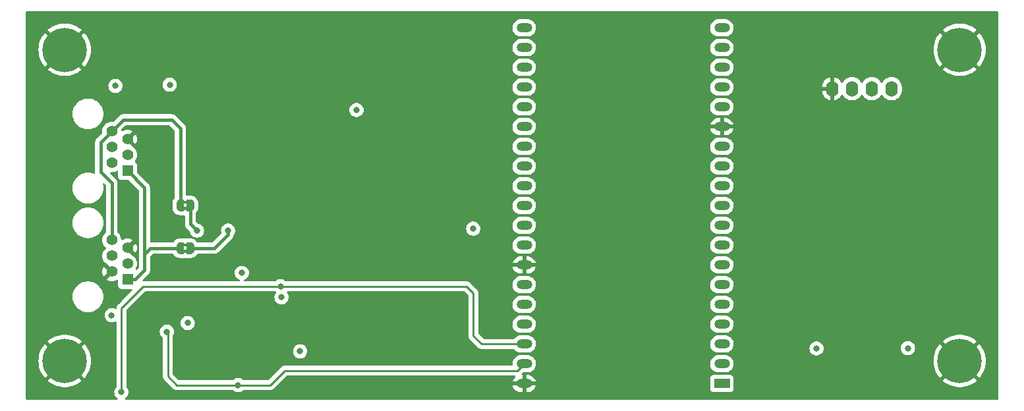
<source format=gbr>
G04 #@! TF.GenerationSoftware,KiCad,Pcbnew,7.0.5.1-1-g8f565ef7f0-dirty-deb11*
G04 #@! TF.CreationDate,2023-08-14T13:53:04+00:00*
G04 #@! TF.ProjectId,LocoBuffer,4c6f636f-4275-4666-9665-722e6b696361,0.0.1*
G04 #@! TF.SameCoordinates,Original*
G04 #@! TF.FileFunction,Copper,L4,Bot*
G04 #@! TF.FilePolarity,Positive*
%FSLAX46Y46*%
G04 Gerber Fmt 4.6, Leading zero omitted, Abs format (unit mm)*
G04 Created by KiCad (PCBNEW 7.0.5.1-1-g8f565ef7f0-dirty-deb11) date 2023-08-14 13:53:04*
%MOMM*%
%LPD*%
G01*
G04 APERTURE LIST*
G04 #@! TA.AperFunction,ComponentPad*
%ADD10R,1.398000X1.398000*%
G04 #@! TD*
G04 #@! TA.AperFunction,ComponentPad*
%ADD11C,1.398000*%
G04 #@! TD*
G04 #@! TA.AperFunction,ComponentPad*
%ADD12C,5.700000*%
G04 #@! TD*
G04 #@! TA.AperFunction,ComponentPad*
%ADD13R,2.000000X1.200000*%
G04 #@! TD*
G04 #@! TA.AperFunction,ComponentPad*
%ADD14O,2.000000X1.200000*%
G04 #@! TD*
G04 #@! TA.AperFunction,ComponentPad*
%ADD15O,1.600000X2.000000*%
G04 #@! TD*
G04 #@! TA.AperFunction,ViaPad*
%ADD16C,0.800000*%
G04 #@! TD*
G04 #@! TA.AperFunction,Conductor*
%ADD17C,0.400000*%
G04 #@! TD*
G04 #@! TA.AperFunction,Conductor*
%ADD18C,0.250000*%
G04 #@! TD*
G04 APERTURE END LIST*
G04 #@! TA.AperFunction,EtchedComponent*
G36*
X50750000Y-95600000D02*
G01*
X50250000Y-95600000D01*
X50250000Y-95200000D01*
X50750000Y-95200000D01*
X50750000Y-95600000D01*
G37*
G04 #@! TD.AperFunction*
G04 #@! TA.AperFunction,EtchedComponent*
G36*
X50750000Y-94800000D02*
G01*
X50250000Y-94800000D01*
X50250000Y-94400000D01*
X50750000Y-94400000D01*
X50750000Y-94800000D01*
G37*
G04 #@! TD.AperFunction*
G04 #@! TA.AperFunction,EtchedComponent*
G36*
X50750000Y-101100000D02*
G01*
X50250000Y-101100000D01*
X50250000Y-100700000D01*
X50750000Y-100700000D01*
X50750000Y-101100000D01*
G37*
G04 #@! TD.AperFunction*
G04 #@! TA.AperFunction,EtchedComponent*
G36*
X50750000Y-100300000D02*
G01*
X50250000Y-100300000D01*
X50250000Y-99900000D01*
X50750000Y-99900000D01*
X50750000Y-100300000D01*
G37*
G04 #@! TD.AperFunction*
D10*
X43080000Y-90540000D03*
D11*
X41050000Y-89524000D03*
X43080000Y-88508000D03*
X41048000Y-87492000D03*
X43080000Y-86476000D03*
X41050000Y-85460000D03*
D10*
X43080000Y-104540000D03*
D11*
X41050000Y-103524000D03*
X43080000Y-102508000D03*
X41048000Y-101492000D03*
X43080000Y-100476000D03*
X41050000Y-99460000D03*
D12*
X35000000Y-75000000D03*
X35000000Y-115000000D03*
X150000000Y-115000000D03*
X150000000Y-75000000D03*
D13*
X119450000Y-117903440D03*
D14*
X119450000Y-115363440D03*
X119450000Y-112823440D03*
X119450000Y-110283440D03*
X119450000Y-107743440D03*
X119450000Y-105203440D03*
X119450000Y-102663440D03*
X119450000Y-100123440D03*
X119450000Y-97583440D03*
X119450000Y-95043440D03*
X119450000Y-92503440D03*
X119450000Y-89963440D03*
X119450000Y-87423440D03*
X119450000Y-84883440D03*
X119450000Y-82343440D03*
X119450000Y-79803440D03*
X119450000Y-77263440D03*
X119450000Y-74723440D03*
X119450000Y-72183440D03*
X94053680Y-72186160D03*
X94053680Y-74726160D03*
X94050000Y-77263440D03*
X94050000Y-79803440D03*
X94050000Y-82343440D03*
X94050000Y-84883440D03*
X94050000Y-87423440D03*
X94050000Y-89963440D03*
X94050000Y-92503440D03*
X94050000Y-95043440D03*
X94050000Y-97583440D03*
X94050000Y-100123440D03*
X94050000Y-102663440D03*
X94050000Y-105203440D03*
X94050000Y-107743440D03*
X94050000Y-110283440D03*
X94050000Y-112823440D03*
X94050000Y-115363440D03*
X94050000Y-117903440D03*
D15*
X133630000Y-80000000D03*
X136170000Y-80000000D03*
X138710000Y-80000000D03*
X141250000Y-80000000D03*
G04 #@! TA.AperFunction,SMDPad,CuDef*
G36*
X50650000Y-94250000D02*
G01*
X51150000Y-94250000D01*
X51150000Y-94255089D01*
X51221157Y-94255089D01*
X51357708Y-94295184D01*
X51477430Y-94372125D01*
X51570627Y-94479680D01*
X51629746Y-94609134D01*
X51650000Y-94750000D01*
X51650000Y-95250000D01*
X51629746Y-95390866D01*
X51570627Y-95520320D01*
X51477430Y-95627875D01*
X51357708Y-95704816D01*
X51221157Y-95744911D01*
X51150000Y-95744911D01*
X51150000Y-95750000D01*
X50650000Y-95750000D01*
X50650000Y-94250000D01*
G37*
G04 #@! TD.AperFunction*
G04 #@! TA.AperFunction,SMDPad,CuDef*
G36*
X49850000Y-95744911D02*
G01*
X49778843Y-95744911D01*
X49642292Y-95704816D01*
X49522570Y-95627875D01*
X49429373Y-95520320D01*
X49370254Y-95390866D01*
X49350000Y-95250000D01*
X49350000Y-94750000D01*
X49370254Y-94609134D01*
X49429373Y-94479680D01*
X49522570Y-94372125D01*
X49642292Y-94295184D01*
X49778843Y-94255089D01*
X49850000Y-94255089D01*
X49850000Y-94250000D01*
X50350000Y-94250000D01*
X50350000Y-95750000D01*
X49850000Y-95750000D01*
X49850000Y-95744911D01*
G37*
G04 #@! TD.AperFunction*
G04 #@! TA.AperFunction,SMDPad,CuDef*
G36*
X50650000Y-99750000D02*
G01*
X51150000Y-99750000D01*
X51150000Y-99755089D01*
X51221157Y-99755089D01*
X51357708Y-99795184D01*
X51477430Y-99872125D01*
X51570627Y-99979680D01*
X51629746Y-100109134D01*
X51650000Y-100250000D01*
X51650000Y-100750000D01*
X51629746Y-100890866D01*
X51570627Y-101020320D01*
X51477430Y-101127875D01*
X51357708Y-101204816D01*
X51221157Y-101244911D01*
X51150000Y-101244911D01*
X51150000Y-101250000D01*
X50650000Y-101250000D01*
X50650000Y-99750000D01*
G37*
G04 #@! TD.AperFunction*
G04 #@! TA.AperFunction,SMDPad,CuDef*
G36*
X49850000Y-101244911D02*
G01*
X49778843Y-101244911D01*
X49642292Y-101204816D01*
X49522570Y-101127875D01*
X49429373Y-101020320D01*
X49370254Y-100890866D01*
X49350000Y-100750000D01*
X49350000Y-100250000D01*
X49370254Y-100109134D01*
X49429373Y-99979680D01*
X49522570Y-99872125D01*
X49642292Y-99795184D01*
X49778843Y-99755089D01*
X49850000Y-99755089D01*
X49850000Y-99750000D01*
X50350000Y-99750000D01*
X50350000Y-101250000D01*
X49850000Y-101250000D01*
X49850000Y-101244911D01*
G37*
G04 #@! TD.AperFunction*
D16*
X77500000Y-114750000D03*
X78500000Y-111250000D03*
X83750000Y-112000000D03*
X84500000Y-115000000D03*
X65250000Y-113750000D03*
X87500000Y-98000000D03*
X41033706Y-109117500D03*
X50800000Y-110109000D03*
X131600000Y-113400000D03*
X57762000Y-103675000D03*
X41529000Y-79629000D03*
X62865000Y-106807000D03*
X143350000Y-113350000D03*
X42291000Y-118999000D03*
X62738000Y-105410000D03*
X57277000Y-118110000D03*
X48133000Y-111252000D03*
X72500000Y-82750000D03*
X48500000Y-79500000D03*
X56000000Y-98250000D03*
X52000000Y-98250000D03*
D17*
X44050000Y-104540000D02*
X43080000Y-104540000D01*
X46000000Y-100500000D02*
X45250000Y-101250000D01*
X45250000Y-92710000D02*
X45250000Y-99250000D01*
X49850000Y-100500000D02*
X46000000Y-100500000D01*
X45250000Y-101250000D02*
X45250000Y-103340000D01*
X45250000Y-99250000D02*
X45250000Y-101250000D01*
X43080000Y-90540000D02*
X45250000Y-92710000D01*
X45250000Y-103340000D02*
X44050000Y-104540000D01*
D18*
X62738000Y-105410000D02*
X86660000Y-105410000D01*
X62738000Y-105410000D02*
X45085000Y-105410000D01*
X42291000Y-108204000D02*
X42291000Y-118999000D01*
X88573440Y-112823440D02*
X94050000Y-112823440D01*
X42291000Y-108204000D02*
X45085000Y-105410000D01*
X86660000Y-105410000D02*
X87500000Y-106250000D01*
X87500000Y-106250000D02*
X87500000Y-111750000D01*
X87500000Y-111750000D02*
X88573440Y-112823440D01*
X48260000Y-111379000D02*
X48133000Y-111252000D01*
X63250000Y-116250000D02*
X61390000Y-118110000D01*
X93163440Y-116250000D02*
X79750000Y-116250000D01*
X48260000Y-116967000D02*
X48260000Y-111379000D01*
X49403000Y-118110000D02*
X48260000Y-116967000D01*
X61390000Y-118110000D02*
X57277000Y-118110000D01*
X94050000Y-115363440D02*
X93163440Y-116250000D01*
X80000000Y-116250000D02*
X63250000Y-116250000D01*
X57277000Y-118110000D02*
X49403000Y-118110000D01*
D17*
X42510000Y-84000000D02*
X41050000Y-85460000D01*
X49850000Y-95000000D02*
X49850000Y-85100000D01*
X41050000Y-99460000D02*
X41050000Y-92104000D01*
X48750000Y-84000000D02*
X42510000Y-84000000D01*
X41050000Y-92104000D02*
X39624000Y-90678000D01*
X49850000Y-85100000D02*
X48750000Y-84000000D01*
X39624000Y-90678000D02*
X39624000Y-86886000D01*
X39624000Y-86886000D02*
X41050000Y-85460000D01*
X51150000Y-100500000D02*
X54250000Y-100500000D01*
X56000000Y-98750000D02*
X56000000Y-98250000D01*
X54250000Y-100500000D02*
X56000000Y-98750000D01*
X51150000Y-97400000D02*
X52000000Y-98250000D01*
X51150000Y-95000000D02*
X51150000Y-97400000D01*
G04 #@! TA.AperFunction,Conductor*
G36*
X154916621Y-70045502D02*
G01*
X154963114Y-70099158D01*
X154974500Y-70151500D01*
X154974500Y-119848500D01*
X154954498Y-119916621D01*
X154900842Y-119963114D01*
X154848500Y-119974500D01*
X42881760Y-119974500D01*
X42813639Y-119954498D01*
X42767146Y-119900842D01*
X42757042Y-119830568D01*
X42786536Y-119765988D01*
X42807699Y-119746564D01*
X42834880Y-119726815D01*
X42902253Y-119677866D01*
X43030040Y-119535944D01*
X43125527Y-119370556D01*
X43184542Y-119188928D01*
X43204504Y-118999000D01*
X43184542Y-118809072D01*
X43125527Y-118627444D01*
X43030040Y-118462056D01*
X42956862Y-118380782D01*
X42926146Y-118316777D01*
X42924499Y-118296486D01*
X42924499Y-111251999D01*
X47219496Y-111251999D01*
X47239457Y-111441927D01*
X47254296Y-111487595D01*
X47298473Y-111623556D01*
X47298476Y-111623561D01*
X47393958Y-111788941D01*
X47393965Y-111788951D01*
X47521744Y-111930864D01*
X47574560Y-111969237D01*
X47617914Y-112025459D01*
X47626499Y-112071173D01*
X47626499Y-116883153D01*
X47624751Y-116898993D01*
X47625043Y-116899021D01*
X47624297Y-116906906D01*
X47626469Y-116975973D01*
X47626500Y-116977953D01*
X47626500Y-117006851D01*
X47626501Y-117006872D01*
X47627378Y-117013820D01*
X47627844Y-117019732D01*
X47629326Y-117066888D01*
X47629327Y-117066893D01*
X47634977Y-117086339D01*
X47638986Y-117105697D01*
X47641525Y-117125793D01*
X47641526Y-117125799D01*
X47658893Y-117169662D01*
X47660816Y-117175279D01*
X47673982Y-117220593D01*
X47684294Y-117238031D01*
X47692988Y-117255779D01*
X47700444Y-117274609D01*
X47700450Y-117274620D01*
X47728177Y-117312783D01*
X47731437Y-117317746D01*
X47755460Y-117358365D01*
X47769779Y-117372684D01*
X47782617Y-117387714D01*
X47792156Y-117400843D01*
X47794528Y-117404107D01*
X47822794Y-117427491D01*
X47830886Y-117434185D01*
X47835267Y-117438171D01*
X48637444Y-118240349D01*
X48895755Y-118498660D01*
X48905720Y-118511097D01*
X48905947Y-118510910D01*
X48910999Y-118517017D01*
X48961372Y-118564320D01*
X48962761Y-118565666D01*
X48972565Y-118575470D01*
X48983224Y-118586130D01*
X48983228Y-118586133D01*
X48983230Y-118586135D01*
X48988782Y-118590442D01*
X48993269Y-118594273D01*
X49012829Y-118612641D01*
X49027677Y-118626585D01*
X49027679Y-118626586D01*
X49045428Y-118636343D01*
X49061953Y-118647198D01*
X49077959Y-118659614D01*
X49118149Y-118677005D01*
X49121262Y-118678352D01*
X49126583Y-118680958D01*
X49167940Y-118703695D01*
X49167948Y-118703697D01*
X49187558Y-118708732D01*
X49206267Y-118715137D01*
X49224855Y-118723181D01*
X49271477Y-118730564D01*
X49277262Y-118731763D01*
X49322970Y-118743500D01*
X49343224Y-118743500D01*
X49362934Y-118745051D01*
X49365141Y-118745400D01*
X49382943Y-118748220D01*
X49417472Y-118744956D01*
X49429917Y-118743780D01*
X49435850Y-118743500D01*
X56568800Y-118743500D01*
X56636921Y-118763502D01*
X56662437Y-118785190D01*
X56665747Y-118788866D01*
X56820248Y-118901118D01*
X56994712Y-118978794D01*
X57181513Y-119018500D01*
X57372487Y-119018500D01*
X57559288Y-118978794D01*
X57733752Y-118901118D01*
X57888253Y-118788866D01*
X57891562Y-118785190D01*
X57952009Y-118747950D01*
X57985200Y-118743500D01*
X61306147Y-118743500D01*
X61321988Y-118745249D01*
X61322016Y-118744956D01*
X61329901Y-118745700D01*
X61329909Y-118745702D01*
X61391208Y-118743775D01*
X61398976Y-118743531D01*
X61400955Y-118743500D01*
X61429851Y-118743500D01*
X61429856Y-118743500D01*
X61436818Y-118742619D01*
X61442719Y-118742154D01*
X61489889Y-118740673D01*
X61509347Y-118735019D01*
X61528694Y-118731013D01*
X61548797Y-118728474D01*
X61592679Y-118711099D01*
X61598274Y-118709183D01*
X61626816Y-118700891D01*
X61643591Y-118696019D01*
X61643595Y-118696017D01*
X61661026Y-118685708D01*
X61678780Y-118677009D01*
X61697617Y-118669552D01*
X61735786Y-118641818D01*
X61740744Y-118638562D01*
X61781362Y-118614542D01*
X61795685Y-118600218D01*
X61810724Y-118587374D01*
X61827107Y-118575472D01*
X61857193Y-118539103D01*
X61861161Y-118534741D01*
X63475501Y-116920402D01*
X63537811Y-116886379D01*
X63564594Y-116883500D01*
X79669970Y-116883500D01*
X92792032Y-116883500D01*
X92860153Y-116903502D01*
X92906646Y-116957158D01*
X92916750Y-117027432D01*
X92887256Y-117092012D01*
X92884577Y-117094820D01*
X92743343Y-117257814D01*
X92743342Y-117257815D01*
X92637545Y-117441062D01*
X92637541Y-117441071D01*
X92568337Y-117641024D01*
X92568335Y-117641030D01*
X92567126Y-117649440D01*
X93738314Y-117649440D01*
X93722359Y-117665395D01*
X93664835Y-117778292D01*
X93645014Y-117903440D01*
X93664835Y-118028588D01*
X93722359Y-118141485D01*
X93738314Y-118157440D01*
X92571480Y-118157440D01*
X92598175Y-118267478D01*
X92598177Y-118267485D01*
X92686077Y-118459955D01*
X92686079Y-118459959D01*
X92808821Y-118632327D01*
X92808822Y-118632328D01*
X92961964Y-118778349D01*
X92961965Y-118778350D01*
X93139975Y-118892748D01*
X93139980Y-118892751D01*
X93336414Y-118971392D01*
X93336420Y-118971393D01*
X93544194Y-119011439D01*
X93544203Y-119011440D01*
X93796000Y-119011440D01*
X93796000Y-118215126D01*
X93811955Y-118231081D01*
X93924852Y-118288605D01*
X94018519Y-118303440D01*
X94081481Y-118303440D01*
X94175148Y-118288605D01*
X94288045Y-118231081D01*
X94304000Y-118215126D01*
X94304000Y-119011440D01*
X94502779Y-119011440D01*
X94502800Y-119011438D01*
X94660633Y-118996367D01*
X94660648Y-118996364D01*
X94863677Y-118936750D01*
X95051754Y-118839789D01*
X95218085Y-118708984D01*
X95218091Y-118708979D01*
X95354036Y-118552089D01*
X117941500Y-118552089D01*
X117948009Y-118612636D01*
X117948011Y-118612644D01*
X117999110Y-118749642D01*
X117999112Y-118749647D01*
X118086738Y-118866701D01*
X118203792Y-118954327D01*
X118203794Y-118954328D01*
X118203796Y-118954329D01*
X118249543Y-118971392D01*
X118340795Y-119005428D01*
X118340803Y-119005430D01*
X118401350Y-119011939D01*
X118401355Y-119011939D01*
X118401362Y-119011940D01*
X118401368Y-119011940D01*
X120498632Y-119011940D01*
X120498638Y-119011940D01*
X120498645Y-119011939D01*
X120498649Y-119011939D01*
X120559196Y-119005430D01*
X120559199Y-119005429D01*
X120559201Y-119005429D01*
X120696204Y-118954329D01*
X120767286Y-118901118D01*
X120813261Y-118866701D01*
X120900887Y-118749647D01*
X120900887Y-118749646D01*
X120900889Y-118749644D01*
X120951989Y-118612641D01*
X120953325Y-118600220D01*
X120958499Y-118552089D01*
X120958500Y-118552072D01*
X120958500Y-117254807D01*
X120958499Y-117254790D01*
X120951990Y-117194243D01*
X120951988Y-117194235D01*
X120918964Y-117105697D01*
X120900889Y-117057236D01*
X120900888Y-117057234D01*
X120900887Y-117057232D01*
X120813261Y-116940178D01*
X120696207Y-116852552D01*
X120696202Y-116852550D01*
X120559204Y-116801451D01*
X120559196Y-116801449D01*
X120498649Y-116794940D01*
X120498638Y-116794940D01*
X118401362Y-116794940D01*
X118401350Y-116794940D01*
X118340803Y-116801449D01*
X118340795Y-116801451D01*
X118203797Y-116852550D01*
X118203792Y-116852552D01*
X118086738Y-116940178D01*
X117999112Y-117057232D01*
X117999110Y-117057237D01*
X117948011Y-117194235D01*
X117948009Y-117194243D01*
X117941500Y-117254790D01*
X117941500Y-118552089D01*
X95354036Y-118552089D01*
X95356656Y-118549065D01*
X95356657Y-118549064D01*
X95462454Y-118365817D01*
X95462458Y-118365808D01*
X95531662Y-118165855D01*
X95531664Y-118165849D01*
X95532873Y-118157440D01*
X94361686Y-118157440D01*
X94377641Y-118141485D01*
X94435165Y-118028588D01*
X94454986Y-117903440D01*
X94435165Y-117778292D01*
X94377641Y-117665395D01*
X94361686Y-117649440D01*
X95528519Y-117649440D01*
X95528519Y-117649439D01*
X95501824Y-117539401D01*
X95501822Y-117539394D01*
X95413922Y-117346924D01*
X95413920Y-117346920D01*
X95291178Y-117174552D01*
X95291177Y-117174551D01*
X95138035Y-117028530D01*
X95138034Y-117028529D01*
X94960024Y-116914131D01*
X94960019Y-116914128D01*
X94763585Y-116835487D01*
X94763579Y-116835486D01*
X94555805Y-116795440D01*
X94304000Y-116795440D01*
X94304000Y-117591753D01*
X94288045Y-117575799D01*
X94175148Y-117518275D01*
X94081481Y-117503440D01*
X94018519Y-117503440D01*
X93924852Y-117518275D01*
X93811955Y-117575799D01*
X93796000Y-117591754D01*
X93796000Y-116795439D01*
X93786817Y-116786256D01*
X93749973Y-116775438D01*
X93703480Y-116721782D01*
X93693376Y-116651508D01*
X93722870Y-116586928D01*
X93728999Y-116580344D01*
X93800500Y-116508844D01*
X93862813Y-116474819D01*
X93889595Y-116471940D01*
X94502801Y-116471940D01*
X94502803Y-116471940D01*
X94660739Y-116456859D01*
X94863862Y-116397217D01*
X95052026Y-116300211D01*
X95218432Y-116169348D01*
X95357065Y-116009358D01*
X95462913Y-115826022D01*
X95532153Y-115625967D01*
X95562281Y-115416424D01*
X95557233Y-115310454D01*
X117937718Y-115310454D01*
X117947790Y-115521903D01*
X117947792Y-115521916D01*
X117997700Y-115727638D01*
X117997702Y-115727644D01*
X118085644Y-115920211D01*
X118085648Y-115920218D01*
X118208435Y-116092648D01*
X118208439Y-116092653D01*
X118208441Y-116092655D01*
X118361654Y-116238743D01*
X118539746Y-116353196D01*
X118736279Y-116431876D01*
X118944151Y-116471940D01*
X118944155Y-116471940D01*
X119902801Y-116471940D01*
X119902803Y-116471940D01*
X120060739Y-116456859D01*
X120263862Y-116397217D01*
X120452026Y-116300211D01*
X120618432Y-116169348D01*
X120757065Y-116009358D01*
X120862913Y-115826022D01*
X120932153Y-115625967D01*
X120962281Y-115416424D01*
X120957233Y-115310454D01*
X120952209Y-115204976D01*
X120952208Y-115204971D01*
X120952208Y-115204966D01*
X120902484Y-115000002D01*
X146637068Y-115000002D01*
X146656782Y-115363597D01*
X146715689Y-115722926D01*
X146813106Y-116073787D01*
X146947881Y-116412046D01*
X146947885Y-116412055D01*
X147118445Y-116733768D01*
X147118447Y-116733772D01*
X147322792Y-117035158D01*
X147322791Y-117035158D01*
X147452695Y-117188093D01*
X148699994Y-115940794D01*
X148701570Y-115943365D01*
X148865130Y-116134870D01*
X149056635Y-116298430D01*
X149059203Y-116300004D01*
X147809134Y-117550073D01*
X147822892Y-117563105D01*
X148112761Y-117783458D01*
X148112767Y-117783462D01*
X148424772Y-117971189D01*
X148424779Y-117971193D01*
X148755239Y-118124081D01*
X148755251Y-118124086D01*
X149100310Y-118240349D01*
X149100327Y-118240354D01*
X149455920Y-118318626D01*
X149455949Y-118318631D01*
X149817927Y-118357999D01*
X149817943Y-118358000D01*
X150182057Y-118358000D01*
X150182072Y-118357999D01*
X150544050Y-118318631D01*
X150544079Y-118318626D01*
X150899672Y-118240354D01*
X150899689Y-118240349D01*
X151244748Y-118124086D01*
X151244760Y-118124081D01*
X151575220Y-117971193D01*
X151575227Y-117971189D01*
X151887232Y-117783462D01*
X151887238Y-117783458D01*
X152177113Y-117563101D01*
X152190865Y-117550074D01*
X150940795Y-116300004D01*
X150943365Y-116298430D01*
X151134870Y-116134870D01*
X151298430Y-115943365D01*
X151300004Y-115940795D01*
X152547302Y-117188093D01*
X152547303Y-117188093D01*
X152677203Y-117035165D01*
X152677205Y-117035161D01*
X152881552Y-116733772D01*
X152881554Y-116733768D01*
X153052114Y-116412055D01*
X153052118Y-116412046D01*
X153186893Y-116073787D01*
X153284310Y-115722926D01*
X153343217Y-115363597D01*
X153362932Y-115000002D01*
X153362932Y-114999997D01*
X153343217Y-114636402D01*
X153284310Y-114277073D01*
X153186893Y-113926212D01*
X153052118Y-113587953D01*
X153052114Y-113587944D01*
X152881554Y-113266231D01*
X152881552Y-113266227D01*
X152677207Y-112964841D01*
X152677208Y-112964841D01*
X152547302Y-112811905D01*
X151300004Y-114059203D01*
X151298430Y-114056635D01*
X151134870Y-113865130D01*
X150943365Y-113701570D01*
X150940794Y-113699994D01*
X152190864Y-112449924D01*
X152177107Y-112436894D01*
X151887238Y-112216541D01*
X151887232Y-112216537D01*
X151575227Y-112028810D01*
X151575220Y-112028806D01*
X151244760Y-111875918D01*
X151244748Y-111875913D01*
X150899689Y-111759650D01*
X150899672Y-111759645D01*
X150544079Y-111681373D01*
X150544050Y-111681368D01*
X150182072Y-111642000D01*
X149817927Y-111642000D01*
X149455949Y-111681368D01*
X149455920Y-111681373D01*
X149100327Y-111759645D01*
X149100310Y-111759650D01*
X148755251Y-111875913D01*
X148755239Y-111875918D01*
X148424779Y-112028806D01*
X148424772Y-112028810D01*
X148112767Y-112216537D01*
X148112761Y-112216541D01*
X147822880Y-112436903D01*
X147822874Y-112436909D01*
X147809134Y-112449923D01*
X147809133Y-112449924D01*
X149059204Y-113699995D01*
X149056635Y-113701570D01*
X148865130Y-113865130D01*
X148701570Y-114056635D01*
X148699995Y-114059204D01*
X147452696Y-112811905D01*
X147322791Y-112964842D01*
X147118447Y-113266227D01*
X147118445Y-113266231D01*
X146947885Y-113587944D01*
X146947881Y-113587953D01*
X146813106Y-113926212D01*
X146715689Y-114277073D01*
X146656782Y-114636402D01*
X146637068Y-114999997D01*
X146637068Y-115000002D01*
X120902484Y-115000002D01*
X120902298Y-114999236D01*
X120814356Y-114806669D01*
X120814353Y-114806665D01*
X120814351Y-114806661D01*
X120691564Y-114634231D01*
X120691555Y-114634221D01*
X120664321Y-114608254D01*
X120538346Y-114488137D01*
X120360254Y-114373684D01*
X120163721Y-114295004D01*
X120163720Y-114295003D01*
X120163718Y-114295003D01*
X119955853Y-114254940D01*
X119955849Y-114254940D01*
X118997197Y-114254940D01*
X118997195Y-114254940D01*
X118997177Y-114254941D01*
X118839271Y-114270019D01*
X118839256Y-114270022D01*
X118636135Y-114329663D01*
X118447976Y-114426667D01*
X118281564Y-114557534D01*
X118142938Y-114717517D01*
X118142930Y-114717528D01*
X118037089Y-114900852D01*
X118037086Y-114900859D01*
X117967848Y-115100909D01*
X117967845Y-115100920D01*
X117937718Y-115310454D01*
X95557233Y-115310454D01*
X95552209Y-115204976D01*
X95552208Y-115204971D01*
X95552208Y-115204966D01*
X95502298Y-114999236D01*
X95414356Y-114806669D01*
X95414353Y-114806665D01*
X95414351Y-114806661D01*
X95291564Y-114634231D01*
X95291555Y-114634221D01*
X95264321Y-114608254D01*
X95138346Y-114488137D01*
X94960254Y-114373684D01*
X94763721Y-114295004D01*
X94763720Y-114295003D01*
X94763718Y-114295003D01*
X94555853Y-114254940D01*
X94555849Y-114254940D01*
X93597197Y-114254940D01*
X93597195Y-114254940D01*
X93597177Y-114254941D01*
X93439271Y-114270019D01*
X93439256Y-114270022D01*
X93236135Y-114329663D01*
X93047976Y-114426667D01*
X92881564Y-114557534D01*
X92742938Y-114717517D01*
X92742930Y-114717528D01*
X92637089Y-114900852D01*
X92637086Y-114900859D01*
X92567848Y-115100909D01*
X92567845Y-115100920D01*
X92537718Y-115310454D01*
X92546009Y-115484505D01*
X92529271Y-115553500D01*
X92477888Y-115602493D01*
X92420152Y-115616500D01*
X63333853Y-115616500D01*
X63318011Y-115614750D01*
X63317984Y-115615044D01*
X63310091Y-115614298D01*
X63241024Y-115616469D01*
X63239045Y-115616500D01*
X63210144Y-115616500D01*
X63210140Y-115616500D01*
X63210130Y-115616501D01*
X63203179Y-115617379D01*
X63197267Y-115617844D01*
X63150112Y-115619326D01*
X63150110Y-115619327D01*
X63130655Y-115624978D01*
X63111302Y-115628986D01*
X63091210Y-115631524D01*
X63091202Y-115631526D01*
X63047336Y-115648893D01*
X63041721Y-115650816D01*
X62996407Y-115663982D01*
X62996402Y-115663984D01*
X62978963Y-115674297D01*
X62961218Y-115682990D01*
X62942380Y-115690449D01*
X62920278Y-115706507D01*
X62904212Y-115718180D01*
X62899261Y-115721433D01*
X62858640Y-115745455D01*
X62844307Y-115759787D01*
X62829281Y-115772620D01*
X62812895Y-115784526D01*
X62812894Y-115784526D01*
X62782818Y-115820880D01*
X62778822Y-115825271D01*
X61164498Y-117439596D01*
X61102188Y-117473620D01*
X61075405Y-117476500D01*
X57985200Y-117476500D01*
X57917079Y-117456498D01*
X57891563Y-117434810D01*
X57888252Y-117431133D01*
X57733752Y-117318882D01*
X57559288Y-117241206D01*
X57372487Y-117201500D01*
X57181513Y-117201500D01*
X56994711Y-117241206D01*
X56820247Y-117318882D01*
X56665747Y-117431133D01*
X56662437Y-117434810D01*
X56601991Y-117472050D01*
X56568800Y-117476500D01*
X49717595Y-117476500D01*
X49649474Y-117456498D01*
X49628499Y-117439595D01*
X48930404Y-116741499D01*
X48896379Y-116679187D01*
X48893500Y-116652404D01*
X48893500Y-113749999D01*
X64336496Y-113749999D01*
X64356457Y-113939927D01*
X64385355Y-114028864D01*
X64415473Y-114121556D01*
X64415476Y-114121561D01*
X64510958Y-114286941D01*
X64510965Y-114286951D01*
X64638744Y-114428864D01*
X64638747Y-114428866D01*
X64793248Y-114541118D01*
X64967712Y-114618794D01*
X65154513Y-114658500D01*
X65345487Y-114658500D01*
X65532288Y-114618794D01*
X65706752Y-114541118D01*
X65861253Y-114428866D01*
X65989040Y-114286944D01*
X66084527Y-114121556D01*
X66143542Y-113939928D01*
X66163504Y-113750000D01*
X66143542Y-113560072D01*
X66084527Y-113378444D01*
X65989040Y-113213056D01*
X65989038Y-113213054D01*
X65989034Y-113213048D01*
X65861255Y-113071135D01*
X65706752Y-112958882D01*
X65532288Y-112881206D01*
X65345487Y-112841500D01*
X65154513Y-112841500D01*
X64967711Y-112881206D01*
X64793247Y-112958882D01*
X64638744Y-113071135D01*
X64510965Y-113213048D01*
X64510958Y-113213058D01*
X64415476Y-113378438D01*
X64415473Y-113378445D01*
X64356457Y-113560072D01*
X64336496Y-113749999D01*
X48893500Y-113749999D01*
X48893500Y-111785535D01*
X48910380Y-111722536D01*
X48967527Y-111623556D01*
X49026542Y-111441928D01*
X49046504Y-111252000D01*
X49026542Y-111062072D01*
X48967527Y-110880444D01*
X48872040Y-110715056D01*
X48872038Y-110715054D01*
X48872034Y-110715048D01*
X48744255Y-110573135D01*
X48589752Y-110460882D01*
X48415288Y-110383206D01*
X48228487Y-110343500D01*
X48037513Y-110343500D01*
X47850711Y-110383206D01*
X47676247Y-110460882D01*
X47521744Y-110573135D01*
X47393965Y-110715048D01*
X47393958Y-110715058D01*
X47298476Y-110880438D01*
X47298473Y-110880444D01*
X47283999Y-110924986D01*
X47239457Y-111062072D01*
X47219496Y-111251999D01*
X42924499Y-111251999D01*
X42924499Y-110109000D01*
X49886496Y-110109000D01*
X49906457Y-110298927D01*
X49920940Y-110343500D01*
X49965473Y-110480556D01*
X49965476Y-110480561D01*
X50060958Y-110645941D01*
X50060965Y-110645951D01*
X50188744Y-110787864D01*
X50188747Y-110787866D01*
X50343248Y-110900118D01*
X50517712Y-110977794D01*
X50704513Y-111017500D01*
X50895487Y-111017500D01*
X51082288Y-110977794D01*
X51256752Y-110900118D01*
X51411253Y-110787866D01*
X51448925Y-110746027D01*
X51539034Y-110645951D01*
X51539035Y-110645949D01*
X51539040Y-110645944D01*
X51634527Y-110480556D01*
X51693542Y-110298928D01*
X51713504Y-110109000D01*
X51693542Y-109919072D01*
X51634527Y-109737444D01*
X51539040Y-109572056D01*
X51539038Y-109572054D01*
X51539034Y-109572048D01*
X51411255Y-109430135D01*
X51256752Y-109317882D01*
X51082288Y-109240206D01*
X50895487Y-109200500D01*
X50704513Y-109200500D01*
X50517711Y-109240206D01*
X50343247Y-109317882D01*
X50188744Y-109430135D01*
X50060965Y-109572048D01*
X50060958Y-109572058D01*
X49965476Y-109737438D01*
X49965473Y-109737445D01*
X49906457Y-109919072D01*
X49886496Y-110109000D01*
X42924499Y-110109000D01*
X42924499Y-108518593D01*
X42944501Y-108450473D01*
X42961404Y-108429499D01*
X45310499Y-106080405D01*
X45372811Y-106046379D01*
X45399594Y-106043500D01*
X62029801Y-106043500D01*
X62097922Y-106063502D01*
X62123434Y-106085186D01*
X62126747Y-106088866D01*
X62126749Y-106088867D01*
X62131167Y-106093774D01*
X62129131Y-106095606D01*
X62160014Y-106145736D01*
X62158662Y-106216720D01*
X62132104Y-106263231D01*
X62125959Y-106270055D01*
X62125958Y-106270057D01*
X62030476Y-106435438D01*
X62030473Y-106435445D01*
X61971457Y-106617072D01*
X61951496Y-106807000D01*
X61971457Y-106996927D01*
X61977078Y-107014225D01*
X62030473Y-107178556D01*
X62035157Y-107186669D01*
X62125958Y-107343941D01*
X62125965Y-107343951D01*
X62253744Y-107485864D01*
X62253747Y-107485866D01*
X62408248Y-107598118D01*
X62582712Y-107675794D01*
X62769513Y-107715500D01*
X62960487Y-107715500D01*
X63147288Y-107675794D01*
X63321752Y-107598118D01*
X63476253Y-107485866D01*
X63476255Y-107485864D01*
X63604034Y-107343951D01*
X63604035Y-107343949D01*
X63604040Y-107343944D01*
X63699527Y-107178556D01*
X63758542Y-106996928D01*
X63778504Y-106807000D01*
X63758542Y-106617072D01*
X63699527Y-106435444D01*
X63604040Y-106270056D01*
X63589411Y-106253809D01*
X63558695Y-106189802D01*
X63567460Y-106119349D01*
X63612923Y-106064818D01*
X63680651Y-106043523D01*
X63683049Y-106043500D01*
X86345406Y-106043500D01*
X86413527Y-106063502D01*
X86434501Y-106080405D01*
X86829595Y-106475499D01*
X86863621Y-106537811D01*
X86866500Y-106564594D01*
X86866500Y-111666146D01*
X86864751Y-111681988D01*
X86865044Y-111682016D01*
X86864298Y-111689908D01*
X86866469Y-111758974D01*
X86866500Y-111760953D01*
X86866500Y-111789851D01*
X86866501Y-111789872D01*
X86867378Y-111796820D01*
X86867844Y-111802732D01*
X86869326Y-111849888D01*
X86869327Y-111849893D01*
X86874977Y-111869339D01*
X86878986Y-111888697D01*
X86881525Y-111908793D01*
X86881526Y-111908799D01*
X86898893Y-111952662D01*
X86900816Y-111958279D01*
X86913982Y-112003593D01*
X86924294Y-112021031D01*
X86932988Y-112038779D01*
X86940444Y-112057609D01*
X86940450Y-112057620D01*
X86968177Y-112095783D01*
X86971437Y-112100746D01*
X86995460Y-112141365D01*
X87009779Y-112155684D01*
X87022617Y-112170714D01*
X87027560Y-112177517D01*
X87034528Y-112187107D01*
X87037953Y-112189940D01*
X87070886Y-112217185D01*
X87075267Y-112221171D01*
X87575230Y-112721134D01*
X88066193Y-113212097D01*
X88076160Y-113224537D01*
X88076387Y-113224350D01*
X88081439Y-113230457D01*
X88081440Y-113230458D01*
X88119530Y-113266227D01*
X88131828Y-113277775D01*
X88133217Y-113279121D01*
X88140116Y-113286020D01*
X88153666Y-113299571D01*
X88159208Y-113303870D01*
X88163721Y-113307725D01*
X88198119Y-113340026D01*
X88198120Y-113340026D01*
X88198122Y-113340028D01*
X88215869Y-113349784D01*
X88232399Y-113360642D01*
X88248399Y-113373053D01*
X88264957Y-113380218D01*
X88291691Y-113391787D01*
X88297025Y-113394399D01*
X88338380Y-113417135D01*
X88358002Y-113422173D01*
X88376703Y-113428575D01*
X88395295Y-113436621D01*
X88441910Y-113444003D01*
X88447682Y-113445198D01*
X88493410Y-113456940D01*
X88513671Y-113456940D01*
X88533379Y-113458490D01*
X88553383Y-113461659D01*
X88586899Y-113458491D01*
X88600350Y-113457220D01*
X88606282Y-113456940D01*
X92675325Y-113456940D01*
X92743446Y-113476942D01*
X92777961Y-113509852D01*
X92808441Y-113552655D01*
X92961654Y-113698743D01*
X93139746Y-113813196D01*
X93336279Y-113891876D01*
X93544151Y-113931940D01*
X93544155Y-113931940D01*
X94502801Y-113931940D01*
X94502803Y-113931940D01*
X94660739Y-113916859D01*
X94863862Y-113857217D01*
X95052026Y-113760211D01*
X95218432Y-113629348D01*
X95357065Y-113469358D01*
X95462913Y-113286022D01*
X95532153Y-113085967D01*
X95550425Y-112958882D01*
X95562281Y-112876425D01*
X95557233Y-112770454D01*
X117937718Y-112770454D01*
X117947790Y-112981903D01*
X117947792Y-112981916D01*
X117997700Y-113187638D01*
X117997702Y-113187644D01*
X118085644Y-113380211D01*
X118085648Y-113380218D01*
X118208435Y-113552648D01*
X118208439Y-113552652D01*
X118208441Y-113552655D01*
X118361654Y-113698743D01*
X118539746Y-113813196D01*
X118736279Y-113891876D01*
X118944151Y-113931940D01*
X118944155Y-113931940D01*
X119902801Y-113931940D01*
X119902803Y-113931940D01*
X120060739Y-113916859D01*
X120263862Y-113857217D01*
X120452026Y-113760211D01*
X120618432Y-113629348D01*
X120757065Y-113469358D01*
X120797108Y-113400000D01*
X130686496Y-113400000D01*
X130706457Y-113589927D01*
X130719265Y-113629345D01*
X130765473Y-113771556D01*
X130765476Y-113771561D01*
X130860958Y-113936941D01*
X130860965Y-113936951D01*
X130988744Y-114078864D01*
X131047511Y-114121561D01*
X131143248Y-114191118D01*
X131317712Y-114268794D01*
X131504513Y-114308500D01*
X131695487Y-114308500D01*
X131882288Y-114268794D01*
X132056752Y-114191118D01*
X132211253Y-114078866D01*
X132339040Y-113936944D01*
X132434527Y-113771556D01*
X132493542Y-113589928D01*
X132513504Y-113400000D01*
X132508249Y-113350000D01*
X142436496Y-113350000D01*
X142456457Y-113539927D01*
X142472704Y-113589928D01*
X142515473Y-113721556D01*
X142515476Y-113721561D01*
X142610958Y-113886941D01*
X142610965Y-113886951D01*
X142738744Y-114028864D01*
X142738747Y-114028866D01*
X142893248Y-114141118D01*
X143067712Y-114218794D01*
X143254513Y-114258500D01*
X143445487Y-114258500D01*
X143632288Y-114218794D01*
X143806752Y-114141118D01*
X143961253Y-114028866D01*
X144044023Y-113936941D01*
X144089034Y-113886951D01*
X144089035Y-113886949D01*
X144089040Y-113886944D01*
X144184527Y-113721556D01*
X144243542Y-113539928D01*
X144263504Y-113350000D01*
X144243542Y-113160072D01*
X144184527Y-112978444D01*
X144089040Y-112813056D01*
X144089038Y-112813054D01*
X144089034Y-112813048D01*
X143961255Y-112671135D01*
X143806752Y-112558882D01*
X143632288Y-112481206D01*
X143445487Y-112441500D01*
X143254513Y-112441500D01*
X143067711Y-112481206D01*
X142893247Y-112558882D01*
X142738744Y-112671135D01*
X142610965Y-112813048D01*
X142610958Y-112813058D01*
X142515476Y-112978438D01*
X142515473Y-112978445D01*
X142456457Y-113160072D01*
X142436496Y-113350000D01*
X132508249Y-113350000D01*
X132493542Y-113210072D01*
X132434527Y-113028444D01*
X132339040Y-112863056D01*
X132339038Y-112863054D01*
X132339034Y-112863048D01*
X132211255Y-112721135D01*
X132056752Y-112608882D01*
X131882288Y-112531206D01*
X131695487Y-112491500D01*
X131504513Y-112491500D01*
X131317711Y-112531206D01*
X131143247Y-112608882D01*
X130988744Y-112721135D01*
X130860965Y-112863048D01*
X130860958Y-112863058D01*
X130765476Y-113028438D01*
X130765473Y-113028445D01*
X130706457Y-113210072D01*
X130686496Y-113400000D01*
X120797108Y-113400000D01*
X120862913Y-113286022D01*
X120932153Y-113085967D01*
X120950425Y-112958882D01*
X120962281Y-112876425D01*
X120952209Y-112664976D01*
X120952208Y-112664971D01*
X120952208Y-112664966D01*
X120902298Y-112459236D01*
X120814356Y-112266669D01*
X120814353Y-112266665D01*
X120814351Y-112266661D01*
X120691564Y-112094231D01*
X120691555Y-112094221D01*
X120653169Y-112057620D01*
X120538346Y-111948137D01*
X120425963Y-111875913D01*
X120360254Y-111833684D01*
X120360254Y-111833683D01*
X120163721Y-111755004D01*
X120163720Y-111755003D01*
X120163718Y-111755003D01*
X119955853Y-111714940D01*
X119955849Y-111714940D01*
X118997197Y-111714940D01*
X118997195Y-111714940D01*
X118997177Y-111714941D01*
X118839271Y-111730019D01*
X118839256Y-111730022D01*
X118636135Y-111789663D01*
X118447976Y-111886667D01*
X118281564Y-112017534D01*
X118142938Y-112177517D01*
X118142930Y-112177528D01*
X118037089Y-112360852D01*
X118037086Y-112360859D01*
X117967848Y-112560909D01*
X117967845Y-112560920D01*
X117937718Y-112770454D01*
X95557233Y-112770454D01*
X95552209Y-112664976D01*
X95552208Y-112664971D01*
X95552208Y-112664966D01*
X95502298Y-112459236D01*
X95414356Y-112266669D01*
X95414353Y-112266665D01*
X95414351Y-112266661D01*
X95291564Y-112094231D01*
X95291555Y-112094221D01*
X95253169Y-112057620D01*
X95138346Y-111948137D01*
X95025963Y-111875913D01*
X94960254Y-111833684D01*
X94960254Y-111833683D01*
X94763721Y-111755004D01*
X94763720Y-111755003D01*
X94763718Y-111755003D01*
X94555853Y-111714940D01*
X94555849Y-111714940D01*
X93597197Y-111714940D01*
X93597195Y-111714940D01*
X93597177Y-111714941D01*
X93439271Y-111730019D01*
X93439256Y-111730022D01*
X93236135Y-111789663D01*
X93047976Y-111886667D01*
X92881564Y-112017534D01*
X92769857Y-112146452D01*
X92710131Y-112184836D01*
X92674633Y-112189940D01*
X88888035Y-112189940D01*
X88819914Y-112169938D01*
X88798945Y-112153040D01*
X88170401Y-111524496D01*
X88136379Y-111462188D01*
X88133500Y-111435414D01*
X88133500Y-110230454D01*
X92537718Y-110230454D01*
X92547790Y-110441903D01*
X92547792Y-110441916D01*
X92597700Y-110647638D01*
X92597702Y-110647644D01*
X92685644Y-110840211D01*
X92685648Y-110840218D01*
X92808435Y-111012648D01*
X92808439Y-111012653D01*
X92808441Y-111012655D01*
X92961654Y-111158743D01*
X93139746Y-111273196D01*
X93336279Y-111351876D01*
X93544151Y-111391940D01*
X93544155Y-111391940D01*
X94502801Y-111391940D01*
X94502803Y-111391940D01*
X94660739Y-111376859D01*
X94863862Y-111317217D01*
X95052026Y-111220211D01*
X95218432Y-111089348D01*
X95357065Y-110929358D01*
X95462913Y-110746022D01*
X95532153Y-110545967D01*
X95562281Y-110336424D01*
X95557233Y-110230454D01*
X117937718Y-110230454D01*
X117947790Y-110441903D01*
X117947792Y-110441916D01*
X117997700Y-110647638D01*
X117997702Y-110647644D01*
X118085644Y-110840211D01*
X118085648Y-110840218D01*
X118208435Y-111012648D01*
X118208439Y-111012653D01*
X118208441Y-111012655D01*
X118361654Y-111158743D01*
X118539746Y-111273196D01*
X118736279Y-111351876D01*
X118944151Y-111391940D01*
X118944155Y-111391940D01*
X119902801Y-111391940D01*
X119902803Y-111391940D01*
X120060739Y-111376859D01*
X120263862Y-111317217D01*
X120452026Y-111220211D01*
X120618432Y-111089348D01*
X120757065Y-110929358D01*
X120862913Y-110746022D01*
X120932153Y-110545967D01*
X120962281Y-110336424D01*
X120957233Y-110230454D01*
X120952209Y-110124976D01*
X120952208Y-110124971D01*
X120952208Y-110124966D01*
X120902298Y-109919236D01*
X120814356Y-109726669D01*
X120814353Y-109726665D01*
X120814351Y-109726661D01*
X120691564Y-109554231D01*
X120691555Y-109554221D01*
X120623217Y-109489061D01*
X120538346Y-109408137D01*
X120360254Y-109293684D01*
X120163721Y-109215004D01*
X120163720Y-109215003D01*
X120163718Y-109215003D01*
X119955853Y-109174940D01*
X119955849Y-109174940D01*
X118997197Y-109174940D01*
X118997195Y-109174940D01*
X118997177Y-109174941D01*
X118839271Y-109190019D01*
X118839256Y-109190022D01*
X118636135Y-109249663D01*
X118447976Y-109346667D01*
X118281564Y-109477534D01*
X118142938Y-109637517D01*
X118142930Y-109637528D01*
X118037089Y-109820852D01*
X118037086Y-109820859D01*
X117967848Y-110020909D01*
X117967845Y-110020920D01*
X117937718Y-110230454D01*
X95557233Y-110230454D01*
X95552209Y-110124976D01*
X95552208Y-110124971D01*
X95552208Y-110124966D01*
X95502298Y-109919236D01*
X95414356Y-109726669D01*
X95414353Y-109726665D01*
X95414351Y-109726661D01*
X95291564Y-109554231D01*
X95291555Y-109554221D01*
X95223217Y-109489061D01*
X95138346Y-109408137D01*
X94960254Y-109293684D01*
X94763721Y-109215004D01*
X94763720Y-109215003D01*
X94763718Y-109215003D01*
X94555853Y-109174940D01*
X94555849Y-109174940D01*
X93597197Y-109174940D01*
X93597195Y-109174940D01*
X93597177Y-109174941D01*
X93439271Y-109190019D01*
X93439256Y-109190022D01*
X93236135Y-109249663D01*
X93047976Y-109346667D01*
X92881564Y-109477534D01*
X92742938Y-109637517D01*
X92742930Y-109637528D01*
X92637089Y-109820852D01*
X92637086Y-109820859D01*
X92567848Y-110020909D01*
X92567845Y-110020920D01*
X92537718Y-110230454D01*
X88133500Y-110230454D01*
X88133500Y-107690454D01*
X92537718Y-107690454D01*
X92547790Y-107901903D01*
X92547792Y-107901916D01*
X92597700Y-108107638D01*
X92597702Y-108107644D01*
X92685644Y-108300211D01*
X92685648Y-108300218D01*
X92808435Y-108472648D01*
X92808439Y-108472653D01*
X92808441Y-108472655D01*
X92961654Y-108618743D01*
X93139746Y-108733196D01*
X93336279Y-108811876D01*
X93544151Y-108851940D01*
X93544155Y-108851940D01*
X94502801Y-108851940D01*
X94502803Y-108851940D01*
X94660739Y-108836859D01*
X94863862Y-108777217D01*
X95052026Y-108680211D01*
X95218432Y-108549348D01*
X95357065Y-108389358D01*
X95462913Y-108206022D01*
X95532153Y-108005967D01*
X95553842Y-107855117D01*
X95562281Y-107796425D01*
X95557233Y-107690454D01*
X117937718Y-107690454D01*
X117947790Y-107901903D01*
X117947792Y-107901916D01*
X117997700Y-108107638D01*
X117997702Y-108107644D01*
X118085644Y-108300211D01*
X118085648Y-108300218D01*
X118208435Y-108472648D01*
X118208439Y-108472653D01*
X118208441Y-108472655D01*
X118361654Y-108618743D01*
X118539746Y-108733196D01*
X118736279Y-108811876D01*
X118944151Y-108851940D01*
X118944155Y-108851940D01*
X119902801Y-108851940D01*
X119902803Y-108851940D01*
X120060739Y-108836859D01*
X120263862Y-108777217D01*
X120452026Y-108680211D01*
X120618432Y-108549348D01*
X120757065Y-108389358D01*
X120862913Y-108206022D01*
X120932153Y-108005967D01*
X120953842Y-107855117D01*
X120962281Y-107796425D01*
X120952209Y-107584976D01*
X120952208Y-107584971D01*
X120952208Y-107584966D01*
X120902298Y-107379236D01*
X120814356Y-107186669D01*
X120814353Y-107186665D01*
X120814351Y-107186661D01*
X120691564Y-107014231D01*
X120691555Y-107014221D01*
X120664321Y-106988254D01*
X120538346Y-106868137D01*
X120360254Y-106753684D01*
X120163721Y-106675004D01*
X120163720Y-106675003D01*
X120163718Y-106675003D01*
X119955853Y-106634940D01*
X119955849Y-106634940D01*
X118997197Y-106634940D01*
X118997195Y-106634940D01*
X118997177Y-106634941D01*
X118839271Y-106650019D01*
X118839256Y-106650022D01*
X118636135Y-106709663D01*
X118447976Y-106806667D01*
X118281564Y-106937534D01*
X118142938Y-107097517D01*
X118142930Y-107097528D01*
X118037089Y-107280852D01*
X118037086Y-107280859D01*
X117967848Y-107480909D01*
X117967845Y-107480920D01*
X117937718Y-107690454D01*
X95557233Y-107690454D01*
X95552209Y-107584976D01*
X95552208Y-107584971D01*
X95552208Y-107584966D01*
X95502298Y-107379236D01*
X95414356Y-107186669D01*
X95414353Y-107186665D01*
X95414351Y-107186661D01*
X95291564Y-107014231D01*
X95291555Y-107014221D01*
X95264321Y-106988254D01*
X95138346Y-106868137D01*
X94960254Y-106753684D01*
X94763721Y-106675004D01*
X94763720Y-106675003D01*
X94763718Y-106675003D01*
X94555853Y-106634940D01*
X94555849Y-106634940D01*
X93597197Y-106634940D01*
X93597195Y-106634940D01*
X93597177Y-106634941D01*
X93439271Y-106650019D01*
X93439256Y-106650022D01*
X93236135Y-106709663D01*
X93047976Y-106806667D01*
X92881564Y-106937534D01*
X92742938Y-107097517D01*
X92742930Y-107097528D01*
X92637089Y-107280852D01*
X92637086Y-107280859D01*
X92567848Y-107480909D01*
X92567845Y-107480920D01*
X92537718Y-107690454D01*
X88133500Y-107690454D01*
X88133500Y-106333849D01*
X88135249Y-106318012D01*
X88134955Y-106317985D01*
X88135701Y-106310092D01*
X88133531Y-106241042D01*
X88133500Y-106239063D01*
X88133500Y-106210151D01*
X88133500Y-106210144D01*
X88132620Y-106203185D01*
X88132155Y-106197280D01*
X88130673Y-106150110D01*
X88125022Y-106130663D01*
X88121012Y-106111300D01*
X88118474Y-106091203D01*
X88101100Y-106047323D01*
X88099184Y-106041725D01*
X88086018Y-105996406D01*
X88075700Y-105978961D01*
X88067005Y-105961209D01*
X88059553Y-105942385D01*
X88059550Y-105942379D01*
X88031818Y-105904210D01*
X88028562Y-105899253D01*
X88004542Y-105858637D01*
X88004540Y-105858635D01*
X88004540Y-105858634D01*
X87990218Y-105844312D01*
X87977377Y-105829279D01*
X87965471Y-105812892D01*
X87958029Y-105806735D01*
X87929108Y-105782810D01*
X87924736Y-105778831D01*
X87296358Y-105150454D01*
X92537718Y-105150454D01*
X92547790Y-105361903D01*
X92547792Y-105361916D01*
X92597700Y-105567638D01*
X92597702Y-105567644D01*
X92685644Y-105760211D01*
X92685648Y-105760218D01*
X92808435Y-105932648D01*
X92808444Y-105932658D01*
X92828869Y-105952133D01*
X92961654Y-106078743D01*
X93139746Y-106193196D01*
X93336279Y-106271876D01*
X93544151Y-106311940D01*
X93544155Y-106311940D01*
X94502801Y-106311940D01*
X94502803Y-106311940D01*
X94660739Y-106296859D01*
X94863862Y-106237217D01*
X95052026Y-106140211D01*
X95218432Y-106009348D01*
X95229647Y-105996406D01*
X95311613Y-105901812D01*
X95357065Y-105849358D01*
X95462913Y-105666022D01*
X95532153Y-105465967D01*
X95553934Y-105314481D01*
X95562281Y-105256425D01*
X95557233Y-105150454D01*
X117937718Y-105150454D01*
X117947790Y-105361903D01*
X117947792Y-105361916D01*
X117997700Y-105567638D01*
X117997702Y-105567644D01*
X118085644Y-105760211D01*
X118085648Y-105760218D01*
X118208435Y-105932648D01*
X118208444Y-105932658D01*
X118228869Y-105952133D01*
X118361654Y-106078743D01*
X118539746Y-106193196D01*
X118736279Y-106271876D01*
X118944151Y-106311940D01*
X118944155Y-106311940D01*
X119902801Y-106311940D01*
X119902803Y-106311940D01*
X120060739Y-106296859D01*
X120263862Y-106237217D01*
X120452026Y-106140211D01*
X120618432Y-106009348D01*
X120629647Y-105996406D01*
X120711613Y-105901812D01*
X120757065Y-105849358D01*
X120862913Y-105666022D01*
X120932153Y-105465967D01*
X120953934Y-105314481D01*
X120962281Y-105256425D01*
X120952209Y-105044976D01*
X120952208Y-105044971D01*
X120952208Y-105044966D01*
X120902298Y-104839236D01*
X120814356Y-104646669D01*
X120814353Y-104646665D01*
X120814351Y-104646661D01*
X120691564Y-104474231D01*
X120691555Y-104474221D01*
X120664321Y-104448254D01*
X120538346Y-104328137D01*
X120360254Y-104213684D01*
X120163721Y-104135004D01*
X120163720Y-104135003D01*
X120163718Y-104135003D01*
X119955853Y-104094940D01*
X119955849Y-104094940D01*
X118997197Y-104094940D01*
X118997195Y-104094940D01*
X118997177Y-104094941D01*
X118839271Y-104110019D01*
X118839256Y-104110022D01*
X118636135Y-104169663D01*
X118447976Y-104266667D01*
X118281564Y-104397534D01*
X118142938Y-104557517D01*
X118142930Y-104557528D01*
X118037089Y-104740852D01*
X118037086Y-104740859D01*
X117967848Y-104940909D01*
X117967845Y-104940920D01*
X117937718Y-105150454D01*
X95557233Y-105150454D01*
X95552209Y-105044976D01*
X95552208Y-105044971D01*
X95552208Y-105044966D01*
X95502298Y-104839236D01*
X95414356Y-104646669D01*
X95414353Y-104646665D01*
X95414351Y-104646661D01*
X95291564Y-104474231D01*
X95291555Y-104474221D01*
X95264321Y-104448254D01*
X95138346Y-104328137D01*
X94960254Y-104213684D01*
X94763721Y-104135004D01*
X94763720Y-104135003D01*
X94763718Y-104135003D01*
X94555853Y-104094940D01*
X94555849Y-104094940D01*
X93597197Y-104094940D01*
X93597195Y-104094940D01*
X93597177Y-104094941D01*
X93439271Y-104110019D01*
X93439256Y-104110022D01*
X93236135Y-104169663D01*
X93047976Y-104266667D01*
X92881564Y-104397534D01*
X92742938Y-104557517D01*
X92742930Y-104557528D01*
X92637089Y-104740852D01*
X92637086Y-104740859D01*
X92567848Y-104940909D01*
X92567845Y-104940920D01*
X92537718Y-105150454D01*
X87296358Y-105150454D01*
X87167243Y-105021339D01*
X87157279Y-105008901D01*
X87157052Y-105009090D01*
X87152001Y-105002984D01*
X87152000Y-105002982D01*
X87101626Y-104955678D01*
X87100237Y-104954332D01*
X87086814Y-104940909D01*
X87079776Y-104933870D01*
X87079772Y-104933866D01*
X87074225Y-104929563D01*
X87069717Y-104925712D01*
X87035325Y-104893417D01*
X87035319Y-104893413D01*
X87017563Y-104883651D01*
X87001047Y-104872802D01*
X86985041Y-104860386D01*
X86954289Y-104847078D01*
X86941740Y-104841648D01*
X86936408Y-104839036D01*
X86895061Y-104816305D01*
X86875436Y-104811266D01*
X86856736Y-104804864D01*
X86838145Y-104796819D01*
X86838143Y-104796818D01*
X86838142Y-104796818D01*
X86791542Y-104789437D01*
X86785729Y-104788233D01*
X86740030Y-104776500D01*
X86719776Y-104776500D01*
X86700066Y-104774949D01*
X86680057Y-104771780D01*
X86680056Y-104771780D01*
X86633083Y-104776220D01*
X86627150Y-104776500D01*
X63446200Y-104776500D01*
X63378079Y-104756498D01*
X63352563Y-104734810D01*
X63349252Y-104731133D01*
X63194752Y-104618882D01*
X63020288Y-104541206D01*
X62833487Y-104501500D01*
X62642513Y-104501500D01*
X62455711Y-104541206D01*
X62281247Y-104618882D01*
X62126747Y-104731133D01*
X62123437Y-104734810D01*
X62062991Y-104772050D01*
X62029800Y-104776500D01*
X58114406Y-104776500D01*
X58046285Y-104756498D01*
X57999792Y-104702842D01*
X57989688Y-104632568D01*
X58019182Y-104567988D01*
X58063157Y-104535393D01*
X58218752Y-104466118D01*
X58373253Y-104353866D01*
X58373255Y-104353864D01*
X58501034Y-104211951D01*
X58501035Y-104211949D01*
X58501040Y-104211944D01*
X58596527Y-104046556D01*
X58655542Y-103864928D01*
X58675504Y-103675000D01*
X58655542Y-103485072D01*
X58596527Y-103303444D01*
X58501040Y-103138056D01*
X58501038Y-103138054D01*
X58501034Y-103138048D01*
X58373255Y-102996135D01*
X58218752Y-102883882D01*
X58044288Y-102806206D01*
X57857487Y-102766500D01*
X57666513Y-102766500D01*
X57479711Y-102806206D01*
X57305247Y-102883882D01*
X57150744Y-102996135D01*
X57022965Y-103138048D01*
X57022958Y-103138058D01*
X56936891Y-103287131D01*
X56927473Y-103303444D01*
X56925550Y-103309362D01*
X56868457Y-103485072D01*
X56848496Y-103675000D01*
X56868457Y-103864927D01*
X56892328Y-103938393D01*
X56927473Y-104046556D01*
X56927476Y-104046561D01*
X57022958Y-104211941D01*
X57022965Y-104211951D01*
X57150744Y-104353864D01*
X57150747Y-104353866D01*
X57305248Y-104466118D01*
X57384718Y-104501500D01*
X57460843Y-104535393D01*
X57514939Y-104581373D01*
X57535588Y-104649301D01*
X57516236Y-104717609D01*
X57463025Y-104764610D01*
X57409594Y-104776500D01*
X45168854Y-104776500D01*
X45153012Y-104774750D01*
X45152985Y-104775044D01*
X45145091Y-104774297D01*
X45125127Y-104774925D01*
X45056412Y-104757072D01*
X45008257Y-104704902D01*
X44995952Y-104634980D01*
X45023403Y-104569505D01*
X45032066Y-104559902D01*
X45734519Y-103857449D01*
X45737231Y-103854896D01*
X45784215Y-103813273D01*
X45819867Y-103761621D01*
X45822063Y-103758636D01*
X45860775Y-103709226D01*
X45864961Y-103699922D01*
X45876161Y-103680066D01*
X45881954Y-103671675D01*
X45904206Y-103612998D01*
X45905633Y-103609552D01*
X45931388Y-103552330D01*
X45933224Y-103542308D01*
X45939351Y-103520329D01*
X45942965Y-103510801D01*
X45950526Y-103448520D01*
X45951094Y-103444787D01*
X45962401Y-103383093D01*
X45958614Y-103320498D01*
X45958500Y-103316696D01*
X45958500Y-102409440D01*
X92567126Y-102409440D01*
X93738314Y-102409440D01*
X93722359Y-102425395D01*
X93664835Y-102538292D01*
X93645014Y-102663440D01*
X93664835Y-102788588D01*
X93722359Y-102901485D01*
X93738314Y-102917440D01*
X92571480Y-102917440D01*
X92598175Y-103027478D01*
X92598177Y-103027485D01*
X92686077Y-103219955D01*
X92686079Y-103219959D01*
X92808821Y-103392327D01*
X92808822Y-103392328D01*
X92961964Y-103538349D01*
X92961965Y-103538350D01*
X93139975Y-103652748D01*
X93139980Y-103652751D01*
X93336414Y-103731392D01*
X93336420Y-103731393D01*
X93544194Y-103771439D01*
X93544203Y-103771440D01*
X93796000Y-103771440D01*
X93796000Y-102975126D01*
X93811955Y-102991081D01*
X93924852Y-103048605D01*
X94018519Y-103063440D01*
X94081481Y-103063440D01*
X94175148Y-103048605D01*
X94288045Y-102991081D01*
X94304000Y-102975126D01*
X94304000Y-103771440D01*
X94502779Y-103771440D01*
X94502800Y-103771438D01*
X94660633Y-103756367D01*
X94660648Y-103756364D01*
X94863677Y-103696750D01*
X95051754Y-103599789D01*
X95218085Y-103468984D01*
X95218091Y-103468979D01*
X95356656Y-103309065D01*
X95356657Y-103309064D01*
X95462454Y-103125817D01*
X95462458Y-103125808D01*
X95531662Y-102925855D01*
X95531664Y-102925849D01*
X95532873Y-102917440D01*
X94361686Y-102917440D01*
X94377641Y-102901485D01*
X94435165Y-102788588D01*
X94454986Y-102663440D01*
X94446594Y-102610454D01*
X117937718Y-102610454D01*
X117947790Y-102821903D01*
X117947792Y-102821916D01*
X117997700Y-103027638D01*
X117997702Y-103027644D01*
X118085644Y-103220211D01*
X118085648Y-103220218D01*
X118208435Y-103392648D01*
X118208439Y-103392653D01*
X118208441Y-103392655D01*
X118361654Y-103538743D01*
X118539746Y-103653196D01*
X118736279Y-103731876D01*
X118944151Y-103771940D01*
X118944155Y-103771940D01*
X119902801Y-103771940D01*
X119902803Y-103771940D01*
X120060739Y-103756859D01*
X120263862Y-103697217D01*
X120452026Y-103600211D01*
X120618432Y-103469348D01*
X120618748Y-103468984D01*
X120713541Y-103359587D01*
X120757065Y-103309358D01*
X120862913Y-103126022D01*
X120932153Y-102925967D01*
X120962281Y-102716424D01*
X120959757Y-102663440D01*
X120952209Y-102504976D01*
X120952208Y-102504971D01*
X120952208Y-102504966D01*
X120902298Y-102299236D01*
X120814356Y-102106669D01*
X120814353Y-102106665D01*
X120814351Y-102106661D01*
X120691564Y-101934231D01*
X120691555Y-101934221D01*
X120611506Y-101857895D01*
X120538346Y-101788137D01*
X120500366Y-101763729D01*
X120360254Y-101673684D01*
X120250295Y-101629663D01*
X120163721Y-101595004D01*
X120163720Y-101595003D01*
X120163718Y-101595003D01*
X119955853Y-101554940D01*
X119955849Y-101554940D01*
X118997197Y-101554940D01*
X118997195Y-101554940D01*
X118997177Y-101554941D01*
X118839271Y-101570019D01*
X118839256Y-101570022D01*
X118636135Y-101629663D01*
X118447976Y-101726667D01*
X118281564Y-101857534D01*
X118142938Y-102017517D01*
X118142930Y-102017528D01*
X118037089Y-102200852D01*
X118037086Y-102200859D01*
X117967848Y-102400909D01*
X117967845Y-102400920D01*
X117937718Y-102610454D01*
X94446594Y-102610454D01*
X94435165Y-102538292D01*
X94377641Y-102425395D01*
X94361686Y-102409440D01*
X95528519Y-102409440D01*
X95528519Y-102409439D01*
X95501824Y-102299401D01*
X95501822Y-102299394D01*
X95413922Y-102106924D01*
X95413920Y-102106920D01*
X95291178Y-101934552D01*
X95291177Y-101934551D01*
X95138035Y-101788530D01*
X95138034Y-101788529D01*
X94960024Y-101674131D01*
X94960019Y-101674128D01*
X94763585Y-101595487D01*
X94763579Y-101595486D01*
X94555805Y-101555440D01*
X94304000Y-101555440D01*
X94304000Y-102351754D01*
X94288045Y-102335799D01*
X94175148Y-102278275D01*
X94081481Y-102263440D01*
X94018519Y-102263440D01*
X93924852Y-102278275D01*
X93811955Y-102335799D01*
X93796000Y-102351753D01*
X93796000Y-101555440D01*
X93597221Y-101555440D01*
X93597199Y-101555441D01*
X93439366Y-101570512D01*
X93439351Y-101570515D01*
X93236322Y-101630129D01*
X93048245Y-101727090D01*
X92881914Y-101857895D01*
X92881908Y-101857900D01*
X92743343Y-102017814D01*
X92743342Y-102017815D01*
X92637545Y-102201062D01*
X92637541Y-102201071D01*
X92568337Y-102401024D01*
X92568335Y-102401030D01*
X92567126Y-102409440D01*
X45958500Y-102409440D01*
X45958500Y-101595660D01*
X45978502Y-101527539D01*
X45995405Y-101506565D01*
X46256565Y-101245405D01*
X46318877Y-101211379D01*
X46345660Y-101208500D01*
X48870941Y-101208500D01*
X48939062Y-101228502D01*
X48976937Y-101266377D01*
X49036795Y-101359518D01*
X49036797Y-101359520D01*
X49129492Y-101466498D01*
X49130202Y-101467379D01*
X49130952Y-101468183D01*
X49241460Y-101563938D01*
X49290821Y-101595660D01*
X49362410Y-101641668D01*
X49362414Y-101641670D01*
X49495423Y-101702413D01*
X49633378Y-101742920D01*
X49778111Y-101763729D01*
X49778114Y-101763729D01*
X50349994Y-101763729D01*
X50350000Y-101763729D01*
X50423111Y-101758500D01*
X50459434Y-101747833D01*
X50512867Y-101744012D01*
X50649993Y-101763728D01*
X50649998Y-101763729D01*
X50650000Y-101763729D01*
X51221886Y-101763729D01*
X51221889Y-101763729D01*
X51366622Y-101742920D01*
X51504577Y-101702413D01*
X51637586Y-101641670D01*
X51758540Y-101563938D01*
X51758544Y-101563935D01*
X51869051Y-101468179D01*
X51963205Y-101359518D01*
X52023062Y-101266377D01*
X52076716Y-101219886D01*
X52129059Y-101208500D01*
X54226685Y-101208500D01*
X54230488Y-101208614D01*
X54293093Y-101212402D01*
X54354812Y-101201091D01*
X54358525Y-101200526D01*
X54420801Y-101192965D01*
X54430330Y-101189350D01*
X54452304Y-101183226D01*
X54462329Y-101181389D01*
X54519552Y-101155634D01*
X54523009Y-101154202D01*
X54581675Y-101131954D01*
X54590066Y-101126161D01*
X54609922Y-101114961D01*
X54619226Y-101110775D01*
X54668636Y-101072063D01*
X54671621Y-101069867D01*
X54723273Y-101034215D01*
X54764896Y-100987231D01*
X54767449Y-100984519D01*
X55681514Y-100070454D01*
X92537718Y-100070454D01*
X92547790Y-100281903D01*
X92547792Y-100281916D01*
X92597700Y-100487638D01*
X92597702Y-100487644D01*
X92685644Y-100680211D01*
X92685648Y-100680218D01*
X92808435Y-100852648D01*
X92808439Y-100852653D01*
X92808441Y-100852655D01*
X92961654Y-100998743D01*
X93139746Y-101113196D01*
X93336279Y-101191876D01*
X93544151Y-101231940D01*
X93544155Y-101231940D01*
X94502801Y-101231940D01*
X94502803Y-101231940D01*
X94660739Y-101216859D01*
X94863862Y-101157217D01*
X95052026Y-101060211D01*
X95218432Y-100929348D01*
X95256046Y-100885940D01*
X95325408Y-100805892D01*
X95357065Y-100769358D01*
X95462913Y-100586022D01*
X95532153Y-100385967D01*
X95562281Y-100176424D01*
X95557233Y-100070454D01*
X117937718Y-100070454D01*
X117947790Y-100281903D01*
X117947792Y-100281916D01*
X117997700Y-100487638D01*
X117997702Y-100487644D01*
X118085644Y-100680211D01*
X118085648Y-100680218D01*
X118208435Y-100852648D01*
X118208439Y-100852653D01*
X118208441Y-100852655D01*
X118361654Y-100998743D01*
X118539746Y-101113196D01*
X118736279Y-101191876D01*
X118944151Y-101231940D01*
X118944155Y-101231940D01*
X119902801Y-101231940D01*
X119902803Y-101231940D01*
X120060739Y-101216859D01*
X120263862Y-101157217D01*
X120452026Y-101060211D01*
X120618432Y-100929348D01*
X120656046Y-100885940D01*
X120725408Y-100805892D01*
X120757065Y-100769358D01*
X120862913Y-100586022D01*
X120932153Y-100385967D01*
X120962281Y-100176424D01*
X120956812Y-100061606D01*
X120952209Y-99964976D01*
X120952208Y-99964971D01*
X120952208Y-99964966D01*
X120902298Y-99759236D01*
X120814356Y-99566669D01*
X120814353Y-99566665D01*
X120814351Y-99566661D01*
X120691564Y-99394231D01*
X120691555Y-99394221D01*
X120664321Y-99368254D01*
X120538346Y-99248137D01*
X120360254Y-99133684D01*
X120163721Y-99055004D01*
X120163720Y-99055003D01*
X120163718Y-99055003D01*
X119955853Y-99014940D01*
X119955849Y-99014940D01*
X118997197Y-99014940D01*
X118997195Y-99014940D01*
X118997177Y-99014941D01*
X118839271Y-99030019D01*
X118839256Y-99030022D01*
X118636135Y-99089663D01*
X118447976Y-99186667D01*
X118281564Y-99317534D01*
X118142938Y-99477517D01*
X118142930Y-99477528D01*
X118037089Y-99660852D01*
X118037086Y-99660859D01*
X117967848Y-99860909D01*
X117967845Y-99860920D01*
X117937718Y-100070454D01*
X95557233Y-100070454D01*
X95556812Y-100061606D01*
X95552209Y-99964976D01*
X95552208Y-99964971D01*
X95552208Y-99964966D01*
X95502298Y-99759236D01*
X95414356Y-99566669D01*
X95414353Y-99566665D01*
X95414351Y-99566661D01*
X95291564Y-99394231D01*
X95291555Y-99394221D01*
X95264321Y-99368254D01*
X95138346Y-99248137D01*
X94960254Y-99133684D01*
X94763721Y-99055004D01*
X94763720Y-99055003D01*
X94763718Y-99055003D01*
X94555853Y-99014940D01*
X94555849Y-99014940D01*
X93597197Y-99014940D01*
X93597195Y-99014940D01*
X93597177Y-99014941D01*
X93439271Y-99030019D01*
X93439256Y-99030022D01*
X93236135Y-99089663D01*
X93047976Y-99186667D01*
X92881564Y-99317534D01*
X92742938Y-99477517D01*
X92742930Y-99477528D01*
X92637089Y-99660852D01*
X92637086Y-99660859D01*
X92567848Y-99860909D01*
X92567845Y-99860920D01*
X92537718Y-100070454D01*
X55681514Y-100070454D01*
X56484519Y-99267449D01*
X56487231Y-99264896D01*
X56534215Y-99223273D01*
X56569867Y-99171621D01*
X56572063Y-99168636D01*
X56610775Y-99119226D01*
X56614961Y-99109922D01*
X56626161Y-99090066D01*
X56631954Y-99081675D01*
X56654202Y-99023009D01*
X56655634Y-99019552D01*
X56681389Y-98962329D01*
X56683226Y-98952303D01*
X56689351Y-98930330D01*
X56689907Y-98928864D01*
X56692965Y-98920801D01*
X56699769Y-98864755D01*
X56727834Y-98799547D01*
X56731197Y-98795653D01*
X56739040Y-98786944D01*
X56834527Y-98621556D01*
X56893542Y-98439928D01*
X56913504Y-98250000D01*
X56893542Y-98060072D01*
X56874023Y-98000000D01*
X86586496Y-98000000D01*
X86606457Y-98189927D01*
X86636526Y-98282470D01*
X86665473Y-98371556D01*
X86675744Y-98389345D01*
X86760958Y-98536941D01*
X86760965Y-98536951D01*
X86888744Y-98678864D01*
X86888747Y-98678866D01*
X87043248Y-98791118D01*
X87217712Y-98868794D01*
X87404513Y-98908500D01*
X87595487Y-98908500D01*
X87782288Y-98868794D01*
X87956752Y-98791118D01*
X88111253Y-98678866D01*
X88166763Y-98617216D01*
X88239034Y-98536951D01*
X88239035Y-98536949D01*
X88239040Y-98536944D01*
X88334527Y-98371556D01*
X88393542Y-98189928D01*
X88413504Y-98000000D01*
X88393542Y-97810072D01*
X88334527Y-97628444D01*
X88277952Y-97530454D01*
X92537718Y-97530454D01*
X92547790Y-97741903D01*
X92547792Y-97741916D01*
X92597700Y-97947638D01*
X92597702Y-97947644D01*
X92685644Y-98140211D01*
X92685648Y-98140218D01*
X92808435Y-98312648D01*
X92808439Y-98312653D01*
X92808441Y-98312655D01*
X92961654Y-98458743D01*
X93139746Y-98573196D01*
X93336279Y-98651876D01*
X93544151Y-98691940D01*
X93544155Y-98691940D01*
X94502801Y-98691940D01*
X94502803Y-98691940D01*
X94660739Y-98676859D01*
X94863862Y-98617217D01*
X95052026Y-98520211D01*
X95218432Y-98389348D01*
X95357065Y-98229358D01*
X95462913Y-98046022D01*
X95532153Y-97845967D01*
X95557016Y-97673043D01*
X95562281Y-97636425D01*
X95557233Y-97530454D01*
X117937718Y-97530454D01*
X117947790Y-97741903D01*
X117947792Y-97741916D01*
X117997700Y-97947638D01*
X117997702Y-97947644D01*
X118085644Y-98140211D01*
X118085648Y-98140218D01*
X118208435Y-98312648D01*
X118208439Y-98312653D01*
X118208441Y-98312655D01*
X118361654Y-98458743D01*
X118539746Y-98573196D01*
X118736279Y-98651876D01*
X118944151Y-98691940D01*
X118944155Y-98691940D01*
X119902801Y-98691940D01*
X119902803Y-98691940D01*
X120060739Y-98676859D01*
X120263862Y-98617217D01*
X120452026Y-98520211D01*
X120618432Y-98389348D01*
X120757065Y-98229358D01*
X120862913Y-98046022D01*
X120932153Y-97845967D01*
X120957016Y-97673043D01*
X120962281Y-97636425D01*
X120952209Y-97424976D01*
X120952208Y-97424971D01*
X120952208Y-97424966D01*
X120902298Y-97219236D01*
X120814356Y-97026669D01*
X120814353Y-97026665D01*
X120814351Y-97026661D01*
X120691564Y-96854231D01*
X120691555Y-96854221D01*
X120664321Y-96828254D01*
X120538346Y-96708137D01*
X120360254Y-96593684D01*
X120163721Y-96515004D01*
X120163720Y-96515003D01*
X120163718Y-96515003D01*
X119955853Y-96474940D01*
X119955849Y-96474940D01*
X118997197Y-96474940D01*
X118997195Y-96474940D01*
X118997177Y-96474941D01*
X118839271Y-96490019D01*
X118839256Y-96490022D01*
X118636135Y-96549663D01*
X118447976Y-96646667D01*
X118281564Y-96777534D01*
X118142938Y-96937517D01*
X118142930Y-96937528D01*
X118037089Y-97120852D01*
X118037086Y-97120859D01*
X117967848Y-97320909D01*
X117967845Y-97320920D01*
X117937718Y-97530454D01*
X95557233Y-97530454D01*
X95552209Y-97424976D01*
X95552208Y-97424971D01*
X95552208Y-97424966D01*
X95502298Y-97219236D01*
X95414356Y-97026669D01*
X95414353Y-97026665D01*
X95414351Y-97026661D01*
X95291564Y-96854231D01*
X95291555Y-96854221D01*
X95264321Y-96828254D01*
X95138346Y-96708137D01*
X94960254Y-96593684D01*
X94763721Y-96515004D01*
X94763720Y-96515003D01*
X94763718Y-96515003D01*
X94555853Y-96474940D01*
X94555849Y-96474940D01*
X93597197Y-96474940D01*
X93597195Y-96474940D01*
X93597177Y-96474941D01*
X93439271Y-96490019D01*
X93439256Y-96490022D01*
X93236135Y-96549663D01*
X93047976Y-96646667D01*
X92881564Y-96777534D01*
X92742938Y-96937517D01*
X92742930Y-96937528D01*
X92637089Y-97120852D01*
X92637086Y-97120859D01*
X92567848Y-97320909D01*
X92567845Y-97320920D01*
X92537718Y-97530454D01*
X88277952Y-97530454D01*
X88239040Y-97463056D01*
X88239038Y-97463054D01*
X88239034Y-97463048D01*
X88111255Y-97321135D01*
X87956752Y-97208882D01*
X87782288Y-97131206D01*
X87595487Y-97091500D01*
X87404513Y-97091500D01*
X87217711Y-97131206D01*
X87043247Y-97208882D01*
X86888744Y-97321135D01*
X86760965Y-97463048D01*
X86760958Y-97463058D01*
X86665476Y-97628438D01*
X86665473Y-97628445D01*
X86606457Y-97810072D01*
X86586496Y-98000000D01*
X56874023Y-98000000D01*
X56834527Y-97878444D01*
X56739040Y-97713056D01*
X56739038Y-97713054D01*
X56739034Y-97713048D01*
X56611255Y-97571135D01*
X56456752Y-97458882D01*
X56282288Y-97381206D01*
X56095487Y-97341500D01*
X55904513Y-97341500D01*
X55717711Y-97381206D01*
X55543247Y-97458882D01*
X55388744Y-97571135D01*
X55260965Y-97713048D01*
X55260958Y-97713058D01*
X55165476Y-97878438D01*
X55165473Y-97878445D01*
X55106457Y-98060072D01*
X55086496Y-98250000D01*
X55106457Y-98439928D01*
X55132048Y-98518687D01*
X55134076Y-98589654D01*
X55101310Y-98646718D01*
X53993433Y-99754596D01*
X53931123Y-99788620D01*
X53904340Y-99791500D01*
X52129059Y-99791500D01*
X52060938Y-99771498D01*
X52023062Y-99733622D01*
X51963205Y-99640482D01*
X51870505Y-99533499D01*
X51869791Y-99532614D01*
X51869047Y-99531816D01*
X51793178Y-99466076D01*
X51758540Y-99436062D01*
X51637586Y-99358330D01*
X51637584Y-99358329D01*
X51626461Y-99353249D01*
X51572807Y-99306755D01*
X51568440Y-99291880D01*
X51517142Y-99299756D01*
X51498387Y-99295769D01*
X51366630Y-99257082D01*
X51366625Y-99257080D01*
X51366622Y-99257080D01*
X51221889Y-99236271D01*
X50650000Y-99236271D01*
X50624173Y-99238118D01*
X50576892Y-99241499D01*
X50576886Y-99241500D01*
X50540560Y-99252167D01*
X50487131Y-99255987D01*
X50350006Y-99236271D01*
X50350000Y-99236271D01*
X49778111Y-99236271D01*
X49640980Y-99255987D01*
X49633378Y-99257080D01*
X49633369Y-99257082D01*
X49495423Y-99297586D01*
X49362411Y-99358331D01*
X49362406Y-99358334D01*
X49241479Y-99436048D01*
X49241466Y-99436057D01*
X49241460Y-99436062D01*
X49241458Y-99436064D01*
X49241454Y-99436067D01*
X49130949Y-99531820D01*
X49036797Y-99640479D01*
X49036795Y-99640481D01*
X49036795Y-99640482D01*
X48976937Y-99733622D01*
X48923284Y-99780114D01*
X48870941Y-99791500D01*
X46084500Y-99791500D01*
X46016379Y-99771498D01*
X45969886Y-99717842D01*
X45958500Y-99665500D01*
X45958500Y-92733302D01*
X45958615Y-92729497D01*
X45962401Y-92666907D01*
X45951095Y-92605216D01*
X45950525Y-92601469D01*
X45942965Y-92539201D01*
X45942965Y-92539199D01*
X45939347Y-92529662D01*
X45933225Y-92507696D01*
X45931388Y-92497670D01*
X45905639Y-92440458D01*
X45904203Y-92436992D01*
X45881954Y-92378325D01*
X45876157Y-92369927D01*
X45864956Y-92350065D01*
X45860776Y-92340778D01*
X45860775Y-92340777D01*
X45860774Y-92340774D01*
X45835921Y-92309051D01*
X45822098Y-92291406D01*
X45819844Y-92288342D01*
X45800006Y-92259604D01*
X45784215Y-92236727D01*
X45737258Y-92195127D01*
X45734512Y-92192541D01*
X44324405Y-90782434D01*
X44290379Y-90720122D01*
X44287500Y-90693339D01*
X44287500Y-89792367D01*
X44287499Y-89792350D01*
X44280990Y-89731803D01*
X44280988Y-89731795D01*
X44231545Y-89599236D01*
X44229889Y-89594796D01*
X44229888Y-89594794D01*
X44229887Y-89594792D01*
X44142261Y-89477738D01*
X44064673Y-89419657D01*
X44022126Y-89362821D01*
X44017061Y-89292006D01*
X44036969Y-89246518D01*
X44129720Y-89114056D01*
X44219013Y-88922567D01*
X44273697Y-88718481D01*
X44292112Y-88508000D01*
X44273697Y-88297519D01*
X44219013Y-88093433D01*
X44129720Y-87901944D01*
X44129719Y-87901943D01*
X44129718Y-87901940D01*
X44008538Y-87728877D01*
X44008535Y-87728873D01*
X44008532Y-87728869D01*
X43859131Y-87579468D01*
X43859127Y-87579465D01*
X43751836Y-87504339D01*
X43735012Y-87490221D01*
X43158921Y-86914130D01*
X43212647Y-86906033D01*
X43333509Y-86847829D01*
X43431844Y-86756587D01*
X43498917Y-86640413D01*
X43518374Y-86555165D01*
X44094578Y-87131369D01*
X44094580Y-87131369D01*
X44129285Y-87081806D01*
X44129286Y-87081805D01*
X44218540Y-86890398D01*
X44218542Y-86890393D01*
X44273203Y-86686392D01*
X44291610Y-86475999D01*
X44273203Y-86265607D01*
X44218542Y-86061606D01*
X44218540Y-86061601D01*
X44129285Y-85870194D01*
X44094579Y-85820629D01*
X43520179Y-86395029D01*
X43518743Y-86375860D01*
X43469734Y-86250987D01*
X43386095Y-86146108D01*
X43275259Y-86070541D01*
X43161376Y-86035412D01*
X43735369Y-85461418D01*
X43735369Y-85461417D01*
X43685809Y-85426715D01*
X43494398Y-85337459D01*
X43494393Y-85337457D01*
X43290392Y-85282796D01*
X43079999Y-85264389D01*
X42869607Y-85282796D01*
X42665606Y-85337457D01*
X42665601Y-85337459D01*
X42474195Y-85426713D01*
X42450379Y-85443390D01*
X42383105Y-85466077D01*
X42314245Y-85448792D01*
X42265661Y-85397022D01*
X42252589Y-85351159D01*
X42250326Y-85325296D01*
X42264314Y-85255691D01*
X42286748Y-85225221D01*
X42766565Y-84745404D01*
X42828878Y-84711379D01*
X42855661Y-84708500D01*
X48404340Y-84708500D01*
X48472461Y-84728502D01*
X48493435Y-84745405D01*
X49104595Y-85356565D01*
X49138621Y-85418877D01*
X49141500Y-85445660D01*
X49141500Y-93972648D01*
X49121498Y-94040769D01*
X49110725Y-94055159D01*
X49036802Y-94140472D01*
X49036797Y-94140478D01*
X48957744Y-94263487D01*
X48957741Y-94263492D01*
X48897827Y-94394686D01*
X48897380Y-94396437D01*
X48856820Y-94534570D01*
X48856819Y-94534574D01*
X48836358Y-94676882D01*
X48836358Y-94733486D01*
X48836271Y-94733782D01*
X48836270Y-95265704D01*
X48836358Y-95266514D01*
X48836358Y-95323117D01*
X48855537Y-95456503D01*
X48855537Y-95456508D01*
X48855538Y-95456508D01*
X48856820Y-95465431D01*
X48898014Y-95605721D01*
X48898020Y-95605736D01*
X48957741Y-95736507D01*
X48957744Y-95736512D01*
X49036795Y-95859518D01*
X49036797Y-95859520D01*
X49129492Y-95966498D01*
X49130202Y-95967379D01*
X49130952Y-95968183D01*
X49241460Y-96063938D01*
X49336987Y-96125329D01*
X49354924Y-96136857D01*
X49362414Y-96141670D01*
X49495423Y-96202413D01*
X49633378Y-96242920D01*
X49778111Y-96263729D01*
X49778114Y-96263729D01*
X50315500Y-96263729D01*
X50383621Y-96283731D01*
X50430114Y-96337387D01*
X50441500Y-96389729D01*
X50441500Y-97376685D01*
X50441385Y-97380488D01*
X50437598Y-97443093D01*
X50448902Y-97504782D01*
X50449475Y-97508544D01*
X50457033Y-97570794D01*
X50457034Y-97570798D01*
X50460650Y-97580333D01*
X50466771Y-97602289D01*
X50468612Y-97612332D01*
X50494353Y-97669528D01*
X50495809Y-97673043D01*
X50509334Y-97708705D01*
X50518046Y-97731675D01*
X50523840Y-97740069D01*
X50535035Y-97759919D01*
X50539223Y-97769222D01*
X50539225Y-97769226D01*
X50559797Y-97795484D01*
X50577899Y-97818590D01*
X50580154Y-97821655D01*
X50615783Y-97873271D01*
X50615784Y-97873272D01*
X50615785Y-97873273D01*
X50662750Y-97914880D01*
X50665494Y-97917464D01*
X50888241Y-98140211D01*
X51065334Y-98317304D01*
X51099360Y-98379616D01*
X51101549Y-98393227D01*
X51106457Y-98439927D01*
X51132355Y-98519631D01*
X51165473Y-98621556D01*
X51165476Y-98621561D01*
X51260958Y-98786941D01*
X51260965Y-98786951D01*
X51388744Y-98928864D01*
X51388747Y-98928866D01*
X51543248Y-99041118D01*
X51585133Y-99059766D01*
X51639229Y-99105745D01*
X51644018Y-99121499D01*
X51696742Y-99113920D01*
X51717534Y-99118756D01*
X51717711Y-99118793D01*
X51717712Y-99118794D01*
X51904513Y-99158500D01*
X52095487Y-99158500D01*
X52282288Y-99118794D01*
X52456752Y-99041118D01*
X52611253Y-98928866D01*
X52668974Y-98864760D01*
X52739034Y-98786951D01*
X52739035Y-98786949D01*
X52739040Y-98786944D01*
X52834527Y-98621556D01*
X52893542Y-98439928D01*
X52913504Y-98250000D01*
X52893542Y-98060072D01*
X52834527Y-97878444D01*
X52739040Y-97713056D01*
X52739038Y-97713054D01*
X52739034Y-97713048D01*
X52611255Y-97571135D01*
X52456752Y-97458882D01*
X52282288Y-97381206D01*
X52129431Y-97348715D01*
X52066957Y-97314986D01*
X52066533Y-97314563D01*
X51895405Y-97143435D01*
X51861379Y-97081123D01*
X51858500Y-97054340D01*
X51858500Y-96027350D01*
X51878502Y-95959229D01*
X51889269Y-95944844D01*
X51963205Y-95859518D01*
X52042256Y-95736512D01*
X52101984Y-95605727D01*
X52101984Y-95605726D01*
X52101984Y-95605723D01*
X52102169Y-95605320D01*
X52102614Y-95603579D01*
X52143180Y-95465427D01*
X52163642Y-95323112D01*
X52163642Y-95266513D01*
X52163729Y-95266216D01*
X52163729Y-94990454D01*
X92537718Y-94990454D01*
X92547790Y-95201903D01*
X92547792Y-95201916D01*
X92597700Y-95407638D01*
X92597702Y-95407644D01*
X92685644Y-95600211D01*
X92685648Y-95600218D01*
X92808435Y-95772648D01*
X92808439Y-95772653D01*
X92808441Y-95772655D01*
X92961654Y-95918743D01*
X93139746Y-96033196D01*
X93336279Y-96111876D01*
X93544151Y-96151940D01*
X93544155Y-96151940D01*
X94502801Y-96151940D01*
X94502803Y-96151940D01*
X94660739Y-96136859D01*
X94863862Y-96077217D01*
X95052026Y-95980211D01*
X95218432Y-95849348D01*
X95357065Y-95689358D01*
X95462913Y-95506022D01*
X95532153Y-95305967D01*
X95562281Y-95096424D01*
X95557233Y-94990454D01*
X117937718Y-94990454D01*
X117947790Y-95201903D01*
X117947792Y-95201916D01*
X117997700Y-95407638D01*
X117997702Y-95407644D01*
X118085644Y-95600211D01*
X118085648Y-95600218D01*
X118208435Y-95772648D01*
X118208439Y-95772653D01*
X118208441Y-95772655D01*
X118361654Y-95918743D01*
X118539746Y-96033196D01*
X118736279Y-96111876D01*
X118944151Y-96151940D01*
X118944155Y-96151940D01*
X119902801Y-96151940D01*
X119902803Y-96151940D01*
X120060739Y-96136859D01*
X120263862Y-96077217D01*
X120452026Y-95980211D01*
X120618432Y-95849348D01*
X120757065Y-95689358D01*
X120862913Y-95506022D01*
X120932153Y-95305967D01*
X120962281Y-95096424D01*
X120957233Y-94990454D01*
X120952209Y-94884976D01*
X120952208Y-94884971D01*
X120952208Y-94884966D01*
X120902298Y-94679236D01*
X120814356Y-94486669D01*
X120814353Y-94486665D01*
X120814351Y-94486661D01*
X120691564Y-94314231D01*
X120691555Y-94314221D01*
X120664321Y-94288254D01*
X120538346Y-94168137D01*
X120360254Y-94053684D01*
X120163721Y-93975004D01*
X120163720Y-93975003D01*
X120163718Y-93975003D01*
X119955853Y-93934940D01*
X119955849Y-93934940D01*
X118997197Y-93934940D01*
X118997195Y-93934940D01*
X118997177Y-93934941D01*
X118839271Y-93950019D01*
X118839256Y-93950022D01*
X118636135Y-94009663D01*
X118447976Y-94106667D01*
X118281564Y-94237534D01*
X118142938Y-94397517D01*
X118142930Y-94397528D01*
X118037089Y-94580852D01*
X118037086Y-94580859D01*
X117967848Y-94780909D01*
X117967845Y-94780920D01*
X117937718Y-94990454D01*
X95557233Y-94990454D01*
X95552209Y-94884976D01*
X95552208Y-94884971D01*
X95552208Y-94884966D01*
X95502298Y-94679236D01*
X95414356Y-94486669D01*
X95414353Y-94486665D01*
X95414351Y-94486661D01*
X95291564Y-94314231D01*
X95291555Y-94314221D01*
X95264321Y-94288254D01*
X95138346Y-94168137D01*
X94960254Y-94053684D01*
X94763721Y-93975004D01*
X94763720Y-93975003D01*
X94763718Y-93975003D01*
X94555853Y-93934940D01*
X94555849Y-93934940D01*
X93597197Y-93934940D01*
X93597195Y-93934940D01*
X93597177Y-93934941D01*
X93439271Y-93950019D01*
X93439256Y-93950022D01*
X93236135Y-94009663D01*
X93047976Y-94106667D01*
X92881564Y-94237534D01*
X92742938Y-94397517D01*
X92742930Y-94397528D01*
X92637089Y-94580852D01*
X92637086Y-94580859D01*
X92567848Y-94780909D01*
X92567845Y-94780920D01*
X92537718Y-94990454D01*
X52163729Y-94990454D01*
X52163729Y-94734316D01*
X52163642Y-94733485D01*
X52163642Y-94676887D01*
X52163641Y-94676882D01*
X52144463Y-94543496D01*
X52144462Y-94543491D01*
X52144462Y-94543492D01*
X52143180Y-94534573D01*
X52143180Y-94534572D01*
X52101984Y-94394273D01*
X52042256Y-94263488D01*
X51963205Y-94140482D01*
X51870505Y-94033499D01*
X51869791Y-94032614D01*
X51869047Y-94031816D01*
X51774651Y-93950022D01*
X51758540Y-93936062D01*
X51694855Y-93895134D01*
X51637587Y-93858330D01*
X51504576Y-93797586D01*
X51366630Y-93757082D01*
X51366625Y-93757080D01*
X51366622Y-93757080D01*
X51221889Y-93736271D01*
X50684500Y-93736271D01*
X50616379Y-93716269D01*
X50569886Y-93662613D01*
X50558500Y-93610271D01*
X50558500Y-92450454D01*
X92537718Y-92450454D01*
X92547790Y-92661903D01*
X92547792Y-92661916D01*
X92597700Y-92867638D01*
X92597702Y-92867644D01*
X92685644Y-93060211D01*
X92685648Y-93060218D01*
X92808435Y-93232648D01*
X92808439Y-93232653D01*
X92808441Y-93232655D01*
X92961654Y-93378743D01*
X93139746Y-93493196D01*
X93336279Y-93571876D01*
X93544151Y-93611940D01*
X93544155Y-93611940D01*
X94502801Y-93611940D01*
X94502803Y-93611940D01*
X94660739Y-93596859D01*
X94863862Y-93537217D01*
X95052026Y-93440211D01*
X95218432Y-93309348D01*
X95357065Y-93149358D01*
X95462913Y-92966022D01*
X95532153Y-92765967D01*
X95555263Y-92605234D01*
X95562281Y-92556425D01*
X95557233Y-92450454D01*
X117937718Y-92450454D01*
X117947790Y-92661903D01*
X117947792Y-92661916D01*
X117997700Y-92867638D01*
X117997702Y-92867644D01*
X118085644Y-93060211D01*
X118085648Y-93060218D01*
X118208435Y-93232648D01*
X118208439Y-93232653D01*
X118208441Y-93232655D01*
X118361654Y-93378743D01*
X118539746Y-93493196D01*
X118736279Y-93571876D01*
X118944151Y-93611940D01*
X118944155Y-93611940D01*
X119902801Y-93611940D01*
X119902803Y-93611940D01*
X120060739Y-93596859D01*
X120263862Y-93537217D01*
X120452026Y-93440211D01*
X120618432Y-93309348D01*
X120757065Y-93149358D01*
X120862913Y-92966022D01*
X120932153Y-92765967D01*
X120955263Y-92605234D01*
X120962281Y-92556425D01*
X120952209Y-92344976D01*
X120952208Y-92344971D01*
X120952208Y-92344966D01*
X120902298Y-92139236D01*
X120814356Y-91946669D01*
X120814353Y-91946665D01*
X120814351Y-91946661D01*
X120691564Y-91774231D01*
X120691555Y-91774221D01*
X120650182Y-91734772D01*
X120538346Y-91628137D01*
X120360254Y-91513684D01*
X120163721Y-91435004D01*
X120163720Y-91435003D01*
X120163718Y-91435003D01*
X119955853Y-91394940D01*
X119955849Y-91394940D01*
X118997197Y-91394940D01*
X118997195Y-91394940D01*
X118997177Y-91394941D01*
X118839271Y-91410019D01*
X118839256Y-91410022D01*
X118636135Y-91469663D01*
X118447976Y-91566667D01*
X118281564Y-91697534D01*
X118142938Y-91857517D01*
X118142930Y-91857528D01*
X118037089Y-92040852D01*
X118037086Y-92040859D01*
X117967848Y-92240909D01*
X117967845Y-92240920D01*
X117937718Y-92450454D01*
X95557233Y-92450454D01*
X95552209Y-92344976D01*
X95552208Y-92344971D01*
X95552208Y-92344966D01*
X95502298Y-92139236D01*
X95414356Y-91946669D01*
X95414353Y-91946665D01*
X95414351Y-91946661D01*
X95291564Y-91774231D01*
X95291555Y-91774221D01*
X95250182Y-91734772D01*
X95138346Y-91628137D01*
X94960254Y-91513684D01*
X94763721Y-91435004D01*
X94763720Y-91435003D01*
X94763718Y-91435003D01*
X94555853Y-91394940D01*
X94555849Y-91394940D01*
X93597197Y-91394940D01*
X93597195Y-91394940D01*
X93597177Y-91394941D01*
X93439271Y-91410019D01*
X93439256Y-91410022D01*
X93236135Y-91469663D01*
X93047976Y-91566667D01*
X92881564Y-91697534D01*
X92742938Y-91857517D01*
X92742930Y-91857528D01*
X92637089Y-92040852D01*
X92637086Y-92040859D01*
X92567848Y-92240909D01*
X92567845Y-92240920D01*
X92537718Y-92450454D01*
X50558500Y-92450454D01*
X50558500Y-89910454D01*
X92537718Y-89910454D01*
X92547790Y-90121903D01*
X92547792Y-90121916D01*
X92597700Y-90327638D01*
X92597702Y-90327644D01*
X92685644Y-90520211D01*
X92685648Y-90520218D01*
X92808435Y-90692648D01*
X92808439Y-90692653D01*
X92808441Y-90692655D01*
X92961654Y-90838743D01*
X93139746Y-90953196D01*
X93336279Y-91031876D01*
X93544151Y-91071940D01*
X93544155Y-91071940D01*
X94502801Y-91071940D01*
X94502803Y-91071940D01*
X94660739Y-91056859D01*
X94863862Y-90997217D01*
X95052026Y-90900211D01*
X95218432Y-90769348D01*
X95230602Y-90755304D01*
X95284893Y-90692648D01*
X95357065Y-90609358D01*
X95462913Y-90426022D01*
X95532153Y-90225967D01*
X95562281Y-90016424D01*
X95559309Y-89954033D01*
X95557233Y-89910454D01*
X117937718Y-89910454D01*
X117947790Y-90121903D01*
X117947792Y-90121916D01*
X117997700Y-90327638D01*
X117997702Y-90327644D01*
X118085644Y-90520211D01*
X118085648Y-90520218D01*
X118208435Y-90692648D01*
X118208439Y-90692653D01*
X118208441Y-90692655D01*
X118361654Y-90838743D01*
X118539746Y-90953196D01*
X118736279Y-91031876D01*
X118944151Y-91071940D01*
X118944155Y-91071940D01*
X119902801Y-91071940D01*
X119902803Y-91071940D01*
X120060739Y-91056859D01*
X120263862Y-90997217D01*
X120452026Y-90900211D01*
X120618432Y-90769348D01*
X120630602Y-90755304D01*
X120684893Y-90692648D01*
X120757065Y-90609358D01*
X120862913Y-90426022D01*
X120932153Y-90225967D01*
X120962281Y-90016424D01*
X120959309Y-89954033D01*
X120952209Y-89804976D01*
X120952208Y-89804971D01*
X120952208Y-89804966D01*
X120902298Y-89599236D01*
X120814356Y-89406669D01*
X120814353Y-89406665D01*
X120814351Y-89406661D01*
X120691564Y-89234231D01*
X120691555Y-89234221D01*
X120649485Y-89194108D01*
X120538346Y-89088137D01*
X120360254Y-88973684D01*
X120163721Y-88895004D01*
X120163720Y-88895003D01*
X120163718Y-88895003D01*
X119955853Y-88854940D01*
X119955849Y-88854940D01*
X118997197Y-88854940D01*
X118997195Y-88854940D01*
X118997177Y-88854941D01*
X118839271Y-88870019D01*
X118839256Y-88870022D01*
X118636135Y-88929663D01*
X118447976Y-89026667D01*
X118281564Y-89157534D01*
X118142938Y-89317517D01*
X118142930Y-89317528D01*
X118037089Y-89500852D01*
X118037086Y-89500859D01*
X117967848Y-89700909D01*
X117967845Y-89700920D01*
X117937718Y-89910454D01*
X95557233Y-89910454D01*
X95552209Y-89804976D01*
X95552208Y-89804971D01*
X95552208Y-89804966D01*
X95502298Y-89599236D01*
X95414356Y-89406669D01*
X95414353Y-89406665D01*
X95414351Y-89406661D01*
X95291564Y-89234231D01*
X95291555Y-89234221D01*
X95249485Y-89194108D01*
X95138346Y-89088137D01*
X94960254Y-88973684D01*
X94763721Y-88895004D01*
X94763720Y-88895003D01*
X94763718Y-88895003D01*
X94555853Y-88854940D01*
X94555849Y-88854940D01*
X93597197Y-88854940D01*
X93597195Y-88854940D01*
X93597177Y-88854941D01*
X93439271Y-88870019D01*
X93439256Y-88870022D01*
X93236135Y-88929663D01*
X93047976Y-89026667D01*
X92881564Y-89157534D01*
X92742938Y-89317517D01*
X92742930Y-89317528D01*
X92637089Y-89500852D01*
X92637086Y-89500859D01*
X92567848Y-89700909D01*
X92567845Y-89700920D01*
X92537718Y-89910454D01*
X50558500Y-89910454D01*
X50558500Y-87370454D01*
X92537718Y-87370454D01*
X92547790Y-87581903D01*
X92547792Y-87581916D01*
X92597700Y-87787638D01*
X92597702Y-87787644D01*
X92685644Y-87980211D01*
X92685648Y-87980218D01*
X92808435Y-88152648D01*
X92808439Y-88152653D01*
X92808441Y-88152655D01*
X92961654Y-88298743D01*
X93139746Y-88413196D01*
X93336279Y-88491876D01*
X93544151Y-88531940D01*
X93544155Y-88531940D01*
X94502801Y-88531940D01*
X94502803Y-88531940D01*
X94660739Y-88516859D01*
X94863862Y-88457217D01*
X95052026Y-88360211D01*
X95218432Y-88229348D01*
X95357065Y-88069358D01*
X95462913Y-87886022D01*
X95532153Y-87685967D01*
X95558267Y-87504339D01*
X95562281Y-87476425D01*
X95557233Y-87370454D01*
X117937718Y-87370454D01*
X117947790Y-87581903D01*
X117947792Y-87581916D01*
X117997700Y-87787638D01*
X117997702Y-87787644D01*
X118085644Y-87980211D01*
X118085648Y-87980218D01*
X118208435Y-88152648D01*
X118208439Y-88152653D01*
X118208441Y-88152655D01*
X118361654Y-88298743D01*
X118539746Y-88413196D01*
X118736279Y-88491876D01*
X118944151Y-88531940D01*
X118944155Y-88531940D01*
X119902801Y-88531940D01*
X119902803Y-88531940D01*
X120060739Y-88516859D01*
X120263862Y-88457217D01*
X120452026Y-88360211D01*
X120618432Y-88229348D01*
X120757065Y-88069358D01*
X120862913Y-87886022D01*
X120932153Y-87685967D01*
X120958267Y-87504339D01*
X120962281Y-87476425D01*
X120952209Y-87264976D01*
X120952208Y-87264971D01*
X120952208Y-87264966D01*
X120902298Y-87059236D01*
X120814356Y-86866669D01*
X120814353Y-86866665D01*
X120814351Y-86866661D01*
X120691564Y-86694231D01*
X120691555Y-86694221D01*
X120635122Y-86640413D01*
X120538346Y-86548137D01*
X120360254Y-86433684D01*
X120163721Y-86355004D01*
X120163720Y-86355003D01*
X120163718Y-86355003D01*
X119955853Y-86314940D01*
X119955849Y-86314940D01*
X118997197Y-86314940D01*
X118997195Y-86314940D01*
X118997177Y-86314941D01*
X118839271Y-86330019D01*
X118839256Y-86330022D01*
X118636135Y-86389663D01*
X118447976Y-86486667D01*
X118281564Y-86617534D01*
X118142938Y-86777517D01*
X118142930Y-86777528D01*
X118037089Y-86960852D01*
X118037086Y-86960859D01*
X117967848Y-87160909D01*
X117967845Y-87160920D01*
X117937718Y-87370454D01*
X95557233Y-87370454D01*
X95552209Y-87264976D01*
X95552208Y-87264971D01*
X95552208Y-87264966D01*
X95502298Y-87059236D01*
X95414356Y-86866669D01*
X95414353Y-86866665D01*
X95414351Y-86866661D01*
X95291564Y-86694231D01*
X95291555Y-86694221D01*
X95235122Y-86640413D01*
X95138346Y-86548137D01*
X94960254Y-86433684D01*
X94763721Y-86355004D01*
X94763720Y-86355003D01*
X94763718Y-86355003D01*
X94555853Y-86314940D01*
X94555849Y-86314940D01*
X93597197Y-86314940D01*
X93597195Y-86314940D01*
X93597177Y-86314941D01*
X93439271Y-86330019D01*
X93439256Y-86330022D01*
X93236135Y-86389663D01*
X93047976Y-86486667D01*
X92881564Y-86617534D01*
X92742938Y-86777517D01*
X92742930Y-86777528D01*
X92637089Y-86960852D01*
X92637086Y-86960859D01*
X92567848Y-87160909D01*
X92567845Y-87160920D01*
X92537718Y-87370454D01*
X50558500Y-87370454D01*
X50558500Y-85123319D01*
X50558615Y-85119514D01*
X50562402Y-85056908D01*
X50551092Y-84995193D01*
X50550525Y-84991470D01*
X50542965Y-84929199D01*
X50542964Y-84929196D01*
X50539351Y-84919668D01*
X50533227Y-84897702D01*
X50531389Y-84887673D01*
X50531389Y-84887671D01*
X50505646Y-84830473D01*
X50505638Y-84830454D01*
X92537718Y-84830454D01*
X92547790Y-85041903D01*
X92547792Y-85041916D01*
X92597700Y-85247638D01*
X92597702Y-85247644D01*
X92685644Y-85440211D01*
X92685648Y-85440218D01*
X92808435Y-85612648D01*
X92808439Y-85612653D01*
X92808441Y-85612655D01*
X92961654Y-85758743D01*
X93139746Y-85873196D01*
X93336279Y-85951876D01*
X93544151Y-85991940D01*
X93544155Y-85991940D01*
X94502801Y-85991940D01*
X94502803Y-85991940D01*
X94660739Y-85976859D01*
X94863862Y-85917217D01*
X95052026Y-85820211D01*
X95218432Y-85689348D01*
X95218748Y-85688984D01*
X95300441Y-85594705D01*
X95357065Y-85529358D01*
X95462913Y-85346022D01*
X95532153Y-85145967D01*
X95553829Y-84995210D01*
X95562281Y-84936425D01*
X95552209Y-84724976D01*
X95552208Y-84724971D01*
X95552208Y-84724966D01*
X95529033Y-84629440D01*
X117967126Y-84629440D01*
X119138314Y-84629440D01*
X119122359Y-84645395D01*
X119064835Y-84758292D01*
X119045014Y-84883440D01*
X119064835Y-85008588D01*
X119122359Y-85121485D01*
X119138314Y-85137440D01*
X117971480Y-85137440D01*
X117998175Y-85247478D01*
X117998177Y-85247485D01*
X118086077Y-85439955D01*
X118086079Y-85439959D01*
X118208821Y-85612327D01*
X118208822Y-85612328D01*
X118361964Y-85758349D01*
X118361965Y-85758350D01*
X118539975Y-85872748D01*
X118539980Y-85872751D01*
X118736414Y-85951392D01*
X118736420Y-85951393D01*
X118944194Y-85991439D01*
X118944203Y-85991440D01*
X119196000Y-85991440D01*
X119196000Y-85195126D01*
X119211955Y-85211081D01*
X119324852Y-85268605D01*
X119418519Y-85283440D01*
X119481481Y-85283440D01*
X119575148Y-85268605D01*
X119688045Y-85211081D01*
X119704000Y-85195126D01*
X119704000Y-85991440D01*
X119902779Y-85991440D01*
X119902800Y-85991438D01*
X120060633Y-85976367D01*
X120060648Y-85976364D01*
X120263677Y-85916750D01*
X120451754Y-85819789D01*
X120618085Y-85688984D01*
X120618091Y-85688979D01*
X120756656Y-85529065D01*
X120756657Y-85529064D01*
X120862454Y-85345817D01*
X120862458Y-85345808D01*
X120931662Y-85145855D01*
X120931664Y-85145849D01*
X120932873Y-85137440D01*
X119761686Y-85137440D01*
X119777641Y-85121485D01*
X119835165Y-85008588D01*
X119854986Y-84883440D01*
X119835165Y-84758292D01*
X119777641Y-84645395D01*
X119761686Y-84629440D01*
X120928519Y-84629440D01*
X120928519Y-84629439D01*
X120901824Y-84519401D01*
X120901822Y-84519394D01*
X120813922Y-84326924D01*
X120813920Y-84326920D01*
X120691178Y-84154552D01*
X120691177Y-84154551D01*
X120538035Y-84008530D01*
X120538034Y-84008529D01*
X120360024Y-83894131D01*
X120360019Y-83894128D01*
X120163585Y-83815487D01*
X120163579Y-83815486D01*
X119955805Y-83775440D01*
X119704000Y-83775440D01*
X119704000Y-84571753D01*
X119688045Y-84555799D01*
X119575148Y-84498275D01*
X119481481Y-84483440D01*
X119418519Y-84483440D01*
X119324852Y-84498275D01*
X119211955Y-84555799D01*
X119196000Y-84571753D01*
X119196000Y-83775440D01*
X118997221Y-83775440D01*
X118997199Y-83775441D01*
X118839366Y-83790512D01*
X118839351Y-83790515D01*
X118636322Y-83850129D01*
X118448245Y-83947090D01*
X118281914Y-84077895D01*
X118281908Y-84077900D01*
X118143343Y-84237814D01*
X118143342Y-84237815D01*
X118037545Y-84421062D01*
X118037541Y-84421071D01*
X117968337Y-84621024D01*
X117968337Y-84621025D01*
X117967126Y-84629440D01*
X95529033Y-84629440D01*
X95502298Y-84519236D01*
X95414356Y-84326669D01*
X95414353Y-84326665D01*
X95414351Y-84326661D01*
X95291564Y-84154231D01*
X95291555Y-84154221D01*
X95211506Y-84077895D01*
X95138346Y-84008137D01*
X94960254Y-83893684D01*
X94763721Y-83815004D01*
X94763720Y-83815003D01*
X94763718Y-83815003D01*
X94555853Y-83774940D01*
X94555849Y-83774940D01*
X93597197Y-83774940D01*
X93597195Y-83774940D01*
X93597177Y-83774941D01*
X93439271Y-83790019D01*
X93439256Y-83790022D01*
X93236135Y-83849663D01*
X93047976Y-83946667D01*
X92881564Y-84077534D01*
X92742938Y-84237517D01*
X92742930Y-84237528D01*
X92637089Y-84420852D01*
X92637086Y-84420859D01*
X92567848Y-84620909D01*
X92567845Y-84620920D01*
X92537718Y-84830454D01*
X50505638Y-84830454D01*
X50504189Y-84826956D01*
X50481957Y-84768332D01*
X50481955Y-84768329D01*
X50481954Y-84768325D01*
X50476163Y-84759935D01*
X50464958Y-84740070D01*
X50460775Y-84730774D01*
X50422088Y-84681395D01*
X50419846Y-84678348D01*
X50384215Y-84626727D01*
X50377660Y-84620920D01*
X50337257Y-84585126D01*
X50334503Y-84582533D01*
X49267464Y-83515494D01*
X49264880Y-83512750D01*
X49223273Y-83465785D01*
X49223270Y-83465783D01*
X49223271Y-83465783D01*
X49171655Y-83430154D01*
X49168590Y-83427899D01*
X49148138Y-83411876D01*
X49119226Y-83389225D01*
X49119222Y-83389223D01*
X49109919Y-83385035D01*
X49090069Y-83373840D01*
X49081675Y-83368046D01*
X49058705Y-83359334D01*
X49023043Y-83345809D01*
X49019528Y-83344353D01*
X48962332Y-83318612D01*
X48962330Y-83318611D01*
X48962329Y-83318611D01*
X48952286Y-83316770D01*
X48930336Y-83310650D01*
X48920801Y-83307035D01*
X48920800Y-83307034D01*
X48920798Y-83307034D01*
X48920794Y-83307033D01*
X48868362Y-83300667D01*
X48858537Y-83299473D01*
X48854786Y-83298902D01*
X48813760Y-83291385D01*
X48793094Y-83287598D01*
X48793093Y-83287598D01*
X48730488Y-83291385D01*
X48726685Y-83291500D01*
X42533319Y-83291500D01*
X42529519Y-83291385D01*
X42466908Y-83287598D01*
X42466907Y-83287598D01*
X42466905Y-83287598D01*
X42405218Y-83298902D01*
X42401459Y-83299474D01*
X42393178Y-83300480D01*
X42339202Y-83307034D01*
X42339195Y-83307035D01*
X42329661Y-83310651D01*
X42307711Y-83316770D01*
X42297678Y-83318609D01*
X42297665Y-83318613D01*
X42240476Y-83344351D01*
X42236961Y-83345807D01*
X42178326Y-83368045D01*
X42169921Y-83373846D01*
X42150080Y-83385035D01*
X42140779Y-83389222D01*
X42140769Y-83389227D01*
X42091401Y-83427904D01*
X42088339Y-83430157D01*
X42036726Y-83465784D01*
X41995126Y-83512740D01*
X41992518Y-83515511D01*
X41284781Y-84223247D01*
X41222469Y-84257273D01*
X41184705Y-84259673D01*
X41050000Y-84247888D01*
X40839515Y-84266303D01*
X40635434Y-84320986D01*
X40635430Y-84320988D01*
X40443940Y-84410281D01*
X40270877Y-84531461D01*
X40270866Y-84531470D01*
X40121470Y-84680866D01*
X40121461Y-84680877D01*
X40000281Y-84853940D01*
X39910988Y-85045430D01*
X39910986Y-85045434D01*
X39856303Y-85249515D01*
X39837888Y-85460000D01*
X39849673Y-85594705D01*
X39835683Y-85664310D01*
X39813247Y-85694781D01*
X39139511Y-86368518D01*
X39136740Y-86371126D01*
X39089784Y-86412726D01*
X39054157Y-86464339D01*
X39051904Y-86467401D01*
X39013227Y-86516769D01*
X39013222Y-86516779D01*
X39009035Y-86526080D01*
X38997846Y-86545921D01*
X38992045Y-86554326D01*
X38969807Y-86612961D01*
X38968351Y-86616476D01*
X38942613Y-86673665D01*
X38942609Y-86673678D01*
X38940770Y-86683711D01*
X38934651Y-86705661D01*
X38931034Y-86715199D01*
X38923476Y-86777441D01*
X38922904Y-86781201D01*
X38911598Y-86842906D01*
X38911598Y-86842907D01*
X38914201Y-86885944D01*
X38915385Y-86905508D01*
X38915500Y-86909313D01*
X38915500Y-90654685D01*
X38915385Y-90658488D01*
X38911598Y-90721093D01*
X38914258Y-90735610D01*
X38922902Y-90782783D01*
X38923475Y-90786546D01*
X38925464Y-90802925D01*
X38913817Y-90872960D01*
X38866156Y-90925580D01*
X38797612Y-90944080D01*
X38756350Y-90936166D01*
X38659949Y-90900211D01*
X38557984Y-90862180D01*
X38557980Y-90862179D01*
X38557977Y-90862178D01*
X38281863Y-90802113D01*
X38281864Y-90802113D01*
X38211424Y-90797075D01*
X38070553Y-90787000D01*
X37929447Y-90787000D01*
X37802662Y-90796067D01*
X37718135Y-90802113D01*
X37442022Y-90862178D01*
X37442017Y-90862179D01*
X37442016Y-90862180D01*
X37423637Y-90869035D01*
X37177251Y-90960931D01*
X37177247Y-90960933D01*
X36929238Y-91096357D01*
X36703020Y-91265700D01*
X36703011Y-91265708D01*
X36503208Y-91465511D01*
X36503200Y-91465520D01*
X36333857Y-91691738D01*
X36198433Y-91939747D01*
X36198431Y-91939751D01*
X36129892Y-92123514D01*
X36104153Y-92192525D01*
X36099678Y-92204522D01*
X36039613Y-92480635D01*
X36019454Y-92762499D01*
X36039613Y-93044364D01*
X36099678Y-93320477D01*
X36099680Y-93320484D01*
X36121410Y-93378744D01*
X36198431Y-93585248D01*
X36198433Y-93585252D01*
X36333857Y-93833261D01*
X36503200Y-94059479D01*
X36503208Y-94059488D01*
X36703011Y-94259291D01*
X36703020Y-94259299D01*
X36816768Y-94344448D01*
X36929236Y-94428641D01*
X36929238Y-94428642D01*
X37123229Y-94534570D01*
X37177251Y-94564068D01*
X37442016Y-94662820D01*
X37718139Y-94722887D01*
X37929447Y-94738000D01*
X37929453Y-94738000D01*
X38070547Y-94738000D01*
X38070553Y-94738000D01*
X38281861Y-94722887D01*
X38557984Y-94662820D01*
X38822749Y-94564068D01*
X39070764Y-94428641D01*
X39296982Y-94259297D01*
X39496797Y-94059482D01*
X39666141Y-93833264D01*
X39801568Y-93585249D01*
X39900320Y-93320484D01*
X39960387Y-93044361D01*
X39980546Y-92762500D01*
X39960387Y-92480639D01*
X39922524Y-92306586D01*
X39927588Y-92235772D01*
X39970135Y-92178936D01*
X40036655Y-92154125D01*
X40106029Y-92169216D01*
X40134739Y-92190709D01*
X40304595Y-92360565D01*
X40338621Y-92422877D01*
X40341500Y-92449660D01*
X40341500Y-98416420D01*
X40321498Y-98484541D01*
X40287774Y-98519630D01*
X40286944Y-98520212D01*
X40270866Y-98531470D01*
X40121465Y-98680872D01*
X40121461Y-98680877D01*
X40000281Y-98853940D01*
X39910988Y-99045430D01*
X39910986Y-99045434D01*
X39856303Y-99249515D01*
X39837888Y-99460000D01*
X39856303Y-99670484D01*
X39910986Y-99874565D01*
X39910988Y-99874569D01*
X40000281Y-100066059D01*
X40121461Y-100239122D01*
X40121470Y-100239133D01*
X40268241Y-100385904D01*
X40302267Y-100448216D01*
X40297202Y-100519031D01*
X40268242Y-100564094D01*
X40119465Y-100712872D01*
X40119461Y-100712877D01*
X39998281Y-100885940D01*
X39908988Y-101077430D01*
X39908986Y-101077434D01*
X39854303Y-101281515D01*
X39835888Y-101491999D01*
X39854303Y-101702484D01*
X39908986Y-101906565D01*
X39908988Y-101906569D01*
X39998281Y-102098059D01*
X40119461Y-102271122D01*
X40119465Y-102271127D01*
X40119468Y-102271131D01*
X40268869Y-102420532D01*
X40382837Y-102500333D01*
X40399655Y-102514445D01*
X40971079Y-103085869D01*
X40917353Y-103093967D01*
X40796491Y-103152171D01*
X40698156Y-103243413D01*
X40631083Y-103359587D01*
X40611625Y-103444834D01*
X40035419Y-102868628D01*
X40035418Y-102868628D01*
X40000717Y-102918188D01*
X39911459Y-103109602D01*
X39911457Y-103109606D01*
X39856796Y-103313607D01*
X39838389Y-103523999D01*
X39856796Y-103734392D01*
X39911457Y-103938393D01*
X39911459Y-103938398D01*
X40000715Y-104129809D01*
X40035417Y-104179369D01*
X40035418Y-104179369D01*
X40609820Y-103604968D01*
X40611257Y-103624140D01*
X40660266Y-103749013D01*
X40743905Y-103853892D01*
X40854741Y-103929459D01*
X40968620Y-103964586D01*
X40394629Y-104538578D01*
X40394629Y-104538579D01*
X40444198Y-104573288D01*
X40635601Y-104662540D01*
X40635606Y-104662542D01*
X40839607Y-104717203D01*
X41049999Y-104735610D01*
X41260392Y-104717203D01*
X41464393Y-104662542D01*
X41464398Y-104662540D01*
X41655808Y-104573284D01*
X41674226Y-104560388D01*
X41741499Y-104537698D01*
X41810360Y-104554981D01*
X41858945Y-104606750D01*
X41872499Y-104663599D01*
X41872499Y-105287632D01*
X41872500Y-105287649D01*
X41879009Y-105348196D01*
X41879011Y-105348204D01*
X41930110Y-105485202D01*
X41930112Y-105485207D01*
X42017738Y-105602261D01*
X42134792Y-105689887D01*
X42134794Y-105689888D01*
X42134796Y-105689889D01*
X42193875Y-105711924D01*
X42271795Y-105740988D01*
X42271803Y-105740990D01*
X42332350Y-105747499D01*
X42332355Y-105747499D01*
X42332362Y-105747500D01*
X42332368Y-105747500D01*
X43547405Y-105747500D01*
X43615526Y-105767502D01*
X43662019Y-105821158D01*
X43672123Y-105891432D01*
X43642629Y-105956012D01*
X43636514Y-105962579D01*
X42318242Y-107280852D01*
X41902336Y-107696758D01*
X41889901Y-107706721D01*
X41890089Y-107706948D01*
X41883979Y-107712002D01*
X41836694Y-107762355D01*
X41835319Y-107763774D01*
X41814863Y-107784231D01*
X41810560Y-107789777D01*
X41806714Y-107794279D01*
X41774417Y-107828674D01*
X41774411Y-107828683D01*
X41764651Y-107846435D01*
X41753803Y-107862950D01*
X41741386Y-107878958D01*
X41722645Y-107922264D01*
X41720034Y-107927594D01*
X41697305Y-107968939D01*
X41697303Y-107968944D01*
X41692267Y-107988559D01*
X41685864Y-108007262D01*
X41677819Y-108025852D01*
X41670437Y-108072456D01*
X41669233Y-108078268D01*
X41657500Y-108123968D01*
X41657500Y-108144223D01*
X41655949Y-108163933D01*
X41652780Y-108183942D01*
X41652779Y-108183950D01*
X41653675Y-108193425D01*
X41640170Y-108263125D01*
X41591125Y-108314459D01*
X41522113Y-108331128D01*
X41476987Y-108320384D01*
X41315994Y-108248706D01*
X41129193Y-108209000D01*
X40938219Y-108209000D01*
X40751417Y-108248706D01*
X40576953Y-108326382D01*
X40422450Y-108438635D01*
X40294671Y-108580548D01*
X40294664Y-108580558D01*
X40199182Y-108745938D01*
X40199179Y-108745945D01*
X40140163Y-108927572D01*
X40120202Y-109117500D01*
X40140163Y-109307427D01*
X40152914Y-109346669D01*
X40199179Y-109489056D01*
X40199182Y-109489061D01*
X40294664Y-109654441D01*
X40294671Y-109654451D01*
X40422450Y-109796364D01*
X40483705Y-109840868D01*
X40576954Y-109908618D01*
X40751418Y-109986294D01*
X40938219Y-110026000D01*
X41129193Y-110026000D01*
X41315994Y-109986294D01*
X41480252Y-109913161D01*
X41550618Y-109903728D01*
X41614915Y-109933834D01*
X41652729Y-109993923D01*
X41657500Y-110028269D01*
X41657500Y-118296474D01*
X41637498Y-118364595D01*
X41625137Y-118380784D01*
X41551957Y-118462059D01*
X41456968Y-118626586D01*
X41456473Y-118627444D01*
X41442791Y-118669552D01*
X41397457Y-118809072D01*
X41377496Y-118999000D01*
X41397457Y-119188927D01*
X41427526Y-119281470D01*
X41456473Y-119370556D01*
X41456476Y-119370561D01*
X41551958Y-119535941D01*
X41551965Y-119535951D01*
X41679744Y-119677864D01*
X41774301Y-119746564D01*
X41817655Y-119802786D01*
X41823730Y-119873523D01*
X41790598Y-119936314D01*
X41728778Y-119971226D01*
X41700240Y-119974500D01*
X30151500Y-119974500D01*
X30083379Y-119954498D01*
X30036886Y-119900842D01*
X30025500Y-119848500D01*
X30025500Y-115000002D01*
X31637068Y-115000002D01*
X31656782Y-115363597D01*
X31715689Y-115722926D01*
X31813106Y-116073787D01*
X31947881Y-116412046D01*
X31947885Y-116412055D01*
X32118445Y-116733768D01*
X32118447Y-116733772D01*
X32322792Y-117035158D01*
X32322791Y-117035158D01*
X32452695Y-117188093D01*
X33699994Y-115940794D01*
X33701570Y-115943365D01*
X33865130Y-116134870D01*
X34056635Y-116298430D01*
X34059203Y-116300004D01*
X32809134Y-117550073D01*
X32822892Y-117563105D01*
X33112761Y-117783458D01*
X33112767Y-117783462D01*
X33424772Y-117971189D01*
X33424779Y-117971193D01*
X33755239Y-118124081D01*
X33755251Y-118124086D01*
X34100310Y-118240349D01*
X34100327Y-118240354D01*
X34455920Y-118318626D01*
X34455949Y-118318631D01*
X34817927Y-118357999D01*
X34817943Y-118358000D01*
X35182057Y-118358000D01*
X35182072Y-118357999D01*
X35544050Y-118318631D01*
X35544079Y-118318626D01*
X35899672Y-118240354D01*
X35899689Y-118240349D01*
X36244748Y-118124086D01*
X36244760Y-118124081D01*
X36575220Y-117971193D01*
X36575227Y-117971189D01*
X36887232Y-117783462D01*
X36887238Y-117783458D01*
X37177113Y-117563101D01*
X37190865Y-117550074D01*
X35940795Y-116300004D01*
X35943365Y-116298430D01*
X36134870Y-116134870D01*
X36298430Y-115943365D01*
X36300004Y-115940795D01*
X37547302Y-117188093D01*
X37547303Y-117188093D01*
X37677203Y-117035165D01*
X37677205Y-117035161D01*
X37881552Y-116733772D01*
X37881554Y-116733768D01*
X38052114Y-116412055D01*
X38052118Y-116412046D01*
X38186893Y-116073787D01*
X38284310Y-115722926D01*
X38343217Y-115363597D01*
X38362932Y-115000002D01*
X38362932Y-114999997D01*
X38343217Y-114636402D01*
X38284310Y-114277073D01*
X38186893Y-113926212D01*
X38052118Y-113587953D01*
X38052114Y-113587944D01*
X37881554Y-113266231D01*
X37881552Y-113266227D01*
X37677207Y-112964841D01*
X37677208Y-112964841D01*
X37547302Y-112811905D01*
X36300004Y-114059203D01*
X36298430Y-114056635D01*
X36134870Y-113865130D01*
X35943365Y-113701570D01*
X35940794Y-113699994D01*
X37190864Y-112449924D01*
X37177107Y-112436894D01*
X36887238Y-112216541D01*
X36887232Y-112216537D01*
X36575227Y-112028810D01*
X36575220Y-112028806D01*
X36244760Y-111875918D01*
X36244748Y-111875913D01*
X35899689Y-111759650D01*
X35899672Y-111759645D01*
X35544079Y-111681373D01*
X35544050Y-111681368D01*
X35182072Y-111642000D01*
X34817927Y-111642000D01*
X34455949Y-111681368D01*
X34455920Y-111681373D01*
X34100327Y-111759645D01*
X34100310Y-111759650D01*
X33755251Y-111875913D01*
X33755239Y-111875918D01*
X33424779Y-112028806D01*
X33424772Y-112028810D01*
X33112767Y-112216537D01*
X33112761Y-112216541D01*
X32822880Y-112436903D01*
X32822874Y-112436909D01*
X32809134Y-112449923D01*
X32809133Y-112449924D01*
X34059204Y-113699995D01*
X34056635Y-113701570D01*
X33865130Y-113865130D01*
X33701570Y-114056635D01*
X33699995Y-114059204D01*
X32452696Y-112811905D01*
X32322791Y-112964842D01*
X32118447Y-113266227D01*
X32118445Y-113266231D01*
X31947885Y-113587944D01*
X31947881Y-113587953D01*
X31813106Y-113926212D01*
X31715689Y-114277073D01*
X31656782Y-114636402D01*
X31637068Y-114999997D01*
X31637068Y-115000002D01*
X30025500Y-115000002D01*
X30025500Y-106762499D01*
X36019454Y-106762499D01*
X36039613Y-107044364D01*
X36091060Y-107280859D01*
X36099680Y-107320484D01*
X36148409Y-107451134D01*
X36198431Y-107585248D01*
X36198433Y-107585252D01*
X36333857Y-107833261D01*
X36503200Y-108059479D01*
X36503208Y-108059488D01*
X36703011Y-108259291D01*
X36703020Y-108259299D01*
X36757673Y-108300211D01*
X36929236Y-108428641D01*
X37177251Y-108564068D01*
X37442016Y-108662820D01*
X37718139Y-108722887D01*
X37929447Y-108738000D01*
X37929453Y-108738000D01*
X38070547Y-108738000D01*
X38070553Y-108738000D01*
X38281861Y-108722887D01*
X38557984Y-108662820D01*
X38822749Y-108564068D01*
X39070764Y-108428641D01*
X39296982Y-108259297D01*
X39496797Y-108059482D01*
X39666141Y-107833264D01*
X39801568Y-107585249D01*
X39900320Y-107320484D01*
X39960387Y-107044361D01*
X39980546Y-106762500D01*
X39960387Y-106480639D01*
X39900320Y-106204516D01*
X39801568Y-105939751D01*
X39797689Y-105932648D01*
X39666142Y-105691738D01*
X39664756Y-105689887D01*
X39511534Y-105485204D01*
X39496799Y-105465520D01*
X39496791Y-105465511D01*
X39296988Y-105265708D01*
X39296979Y-105265700D01*
X39070761Y-105096357D01*
X38822752Y-104960933D01*
X38822748Y-104960931D01*
X38674017Y-104905458D01*
X38557984Y-104862180D01*
X38557980Y-104862179D01*
X38557977Y-104862178D01*
X38281863Y-104802113D01*
X38281864Y-104802113D01*
X38207827Y-104796818D01*
X38070553Y-104787000D01*
X37929447Y-104787000D01*
X37802662Y-104796067D01*
X37718135Y-104802113D01*
X37442022Y-104862178D01*
X37442017Y-104862179D01*
X37442016Y-104862180D01*
X37397244Y-104878879D01*
X37177251Y-104960931D01*
X37177247Y-104960933D01*
X36929238Y-105096357D01*
X36703020Y-105265700D01*
X36703011Y-105265708D01*
X36503208Y-105465511D01*
X36503200Y-105465520D01*
X36333857Y-105691738D01*
X36198433Y-105939747D01*
X36198431Y-105939751D01*
X36130779Y-106121137D01*
X36101277Y-106200236D01*
X36099678Y-106204522D01*
X36039613Y-106480635D01*
X36019454Y-106762499D01*
X30025500Y-106762499D01*
X30025500Y-97237500D01*
X36019454Y-97237500D01*
X36039613Y-97519364D01*
X36099678Y-97795477D01*
X36099680Y-97795484D01*
X36130623Y-97878445D01*
X36198431Y-98060248D01*
X36198433Y-98060252D01*
X36290775Y-98229362D01*
X36333859Y-98308264D01*
X36340626Y-98317304D01*
X36503200Y-98534479D01*
X36503208Y-98534488D01*
X36703011Y-98734291D01*
X36703020Y-98734299D01*
X36790182Y-98799547D01*
X36929236Y-98903641D01*
X36929238Y-98903642D01*
X37160684Y-99030022D01*
X37177251Y-99039068D01*
X37442016Y-99137820D01*
X37718139Y-99197887D01*
X37929447Y-99213000D01*
X37929453Y-99213000D01*
X38070547Y-99213000D01*
X38070553Y-99213000D01*
X38281861Y-99197887D01*
X38557984Y-99137820D01*
X38822749Y-99039068D01*
X39070764Y-98903641D01*
X39296982Y-98734297D01*
X39496797Y-98534482D01*
X39666141Y-98308264D01*
X39801568Y-98060249D01*
X39900320Y-97795484D01*
X39960387Y-97519361D01*
X39980546Y-97237500D01*
X39960387Y-96955639D01*
X39900320Y-96679516D01*
X39801568Y-96414751D01*
X39666141Y-96166736D01*
X39561798Y-96027350D01*
X39496799Y-95940520D01*
X39496791Y-95940511D01*
X39296988Y-95740708D01*
X39296979Y-95740700D01*
X39070761Y-95571357D01*
X38822752Y-95435933D01*
X38822748Y-95435931D01*
X38688634Y-95385909D01*
X38557984Y-95337180D01*
X38557980Y-95337179D01*
X38557977Y-95337178D01*
X38281863Y-95277113D01*
X38281864Y-95277113D01*
X38211424Y-95272075D01*
X38070553Y-95262000D01*
X37929447Y-95262000D01*
X37802662Y-95271067D01*
X37718135Y-95277113D01*
X37442022Y-95337178D01*
X37442017Y-95337179D01*
X37442016Y-95337180D01*
X37391141Y-95356155D01*
X37177251Y-95435931D01*
X37177247Y-95435933D01*
X36929238Y-95571357D01*
X36703020Y-95740700D01*
X36703011Y-95740708D01*
X36503208Y-95940511D01*
X36503200Y-95940520D01*
X36333857Y-96166738D01*
X36198433Y-96414747D01*
X36198431Y-96414751D01*
X36099678Y-96679522D01*
X36039613Y-96955635D01*
X36019454Y-97237500D01*
X30025500Y-97237500D01*
X30025500Y-83237500D01*
X36019454Y-83237500D01*
X36039613Y-83519364D01*
X36098598Y-83790512D01*
X36099680Y-83795484D01*
X36136307Y-83893684D01*
X36198431Y-84060248D01*
X36198433Y-84060252D01*
X36333857Y-84308261D01*
X36503200Y-84534479D01*
X36503208Y-84534488D01*
X36703011Y-84734291D01*
X36703020Y-84734299D01*
X36816767Y-84819448D01*
X36929236Y-84903641D01*
X36929238Y-84903642D01*
X37093508Y-84993341D01*
X37177251Y-85039068D01*
X37442016Y-85137820D01*
X37718139Y-85197887D01*
X37929447Y-85213000D01*
X37929453Y-85213000D01*
X38070547Y-85213000D01*
X38070553Y-85213000D01*
X38281861Y-85197887D01*
X38557984Y-85137820D01*
X38822749Y-85039068D01*
X39070764Y-84903641D01*
X39296982Y-84734297D01*
X39496797Y-84534482D01*
X39666141Y-84308264D01*
X39801568Y-84060249D01*
X39900320Y-83795484D01*
X39960387Y-83519361D01*
X39980546Y-83237500D01*
X39960387Y-82955639D01*
X39915653Y-82749999D01*
X71586496Y-82749999D01*
X71606457Y-82939927D01*
X71622519Y-82989358D01*
X71665473Y-83121556D01*
X71665476Y-83121561D01*
X71760958Y-83286941D01*
X71760965Y-83286951D01*
X71888744Y-83428864D01*
X71939559Y-83465783D01*
X72043248Y-83541118D01*
X72217712Y-83618794D01*
X72404513Y-83658500D01*
X72595487Y-83658500D01*
X72782288Y-83618794D01*
X72956752Y-83541118D01*
X73111253Y-83428866D01*
X73166016Y-83368046D01*
X73239034Y-83286951D01*
X73239035Y-83286949D01*
X73239040Y-83286944D01*
X73334527Y-83121556D01*
X73393542Y-82939928D01*
X73413504Y-82750000D01*
X73393542Y-82560072D01*
X73334527Y-82378444D01*
X73283726Y-82290454D01*
X92537718Y-82290454D01*
X92547790Y-82501903D01*
X92547792Y-82501916D01*
X92597700Y-82707638D01*
X92597702Y-82707644D01*
X92685644Y-82900211D01*
X92685648Y-82900218D01*
X92808435Y-83072648D01*
X92808439Y-83072653D01*
X92808441Y-83072655D01*
X92961654Y-83218743D01*
X93139746Y-83333196D01*
X93336279Y-83411876D01*
X93544151Y-83451940D01*
X93544155Y-83451940D01*
X94502801Y-83451940D01*
X94502803Y-83451940D01*
X94660739Y-83436859D01*
X94863862Y-83377217D01*
X95052026Y-83280211D01*
X95218432Y-83149348D01*
X95357065Y-82989358D01*
X95462913Y-82806022D01*
X95532153Y-82605967D01*
X95562281Y-82396424D01*
X95557233Y-82290454D01*
X117937718Y-82290454D01*
X117947790Y-82501903D01*
X117947792Y-82501916D01*
X117997700Y-82707638D01*
X117997702Y-82707644D01*
X118085644Y-82900211D01*
X118085648Y-82900218D01*
X118208435Y-83072648D01*
X118208439Y-83072653D01*
X118208441Y-83072655D01*
X118361654Y-83218743D01*
X118539746Y-83333196D01*
X118736279Y-83411876D01*
X118944151Y-83451940D01*
X118944155Y-83451940D01*
X119902801Y-83451940D01*
X119902803Y-83451940D01*
X120060739Y-83436859D01*
X120263862Y-83377217D01*
X120452026Y-83280211D01*
X120618432Y-83149348D01*
X120757065Y-82989358D01*
X120862913Y-82806022D01*
X120932153Y-82605967D01*
X120962281Y-82396424D01*
X120957233Y-82290454D01*
X120952209Y-82184976D01*
X120952208Y-82184971D01*
X120952208Y-82184966D01*
X120902298Y-81979236D01*
X120814356Y-81786669D01*
X120814353Y-81786665D01*
X120814351Y-81786661D01*
X120691564Y-81614231D01*
X120691555Y-81614221D01*
X120646600Y-81571357D01*
X120538346Y-81468137D01*
X120360254Y-81353684D01*
X120163721Y-81275004D01*
X120163720Y-81275003D01*
X120163718Y-81275003D01*
X119955853Y-81234940D01*
X119955849Y-81234940D01*
X118997197Y-81234940D01*
X118997195Y-81234940D01*
X118997177Y-81234941D01*
X118839271Y-81250019D01*
X118839256Y-81250022D01*
X118636135Y-81309663D01*
X118447976Y-81406667D01*
X118281564Y-81537534D01*
X118142938Y-81697517D01*
X118142930Y-81697528D01*
X118037089Y-81880852D01*
X118037086Y-81880859D01*
X117967848Y-82080909D01*
X117967845Y-82080920D01*
X117937718Y-82290454D01*
X95557233Y-82290454D01*
X95552209Y-82184976D01*
X95552208Y-82184971D01*
X95552208Y-82184966D01*
X95502298Y-81979236D01*
X95414356Y-81786669D01*
X95414353Y-81786665D01*
X95414351Y-81786661D01*
X95291564Y-81614231D01*
X95291555Y-81614221D01*
X95246600Y-81571357D01*
X95138346Y-81468137D01*
X94960254Y-81353684D01*
X94763721Y-81275004D01*
X94763720Y-81275003D01*
X94763718Y-81275003D01*
X94555853Y-81234940D01*
X94555849Y-81234940D01*
X93597197Y-81234940D01*
X93597195Y-81234940D01*
X93597177Y-81234941D01*
X93439271Y-81250019D01*
X93439256Y-81250022D01*
X93236135Y-81309663D01*
X93047976Y-81406667D01*
X92881564Y-81537534D01*
X92742938Y-81697517D01*
X92742930Y-81697528D01*
X92637089Y-81880852D01*
X92637086Y-81880859D01*
X92567848Y-82080909D01*
X92567845Y-82080920D01*
X92537718Y-82290454D01*
X73283726Y-82290454D01*
X73239040Y-82213056D01*
X73239038Y-82213054D01*
X73239034Y-82213048D01*
X73111255Y-82071135D01*
X72956752Y-81958882D01*
X72782288Y-81881206D01*
X72595487Y-81841500D01*
X72404513Y-81841500D01*
X72217711Y-81881206D01*
X72043247Y-81958882D01*
X71888744Y-82071135D01*
X71760965Y-82213048D01*
X71760958Y-82213058D01*
X71665476Y-82378438D01*
X71665473Y-82378445D01*
X71606457Y-82560072D01*
X71586496Y-82749999D01*
X39915653Y-82749999D01*
X39900320Y-82679516D01*
X39801568Y-82414751D01*
X39666141Y-82166736D01*
X39510544Y-81958882D01*
X39496799Y-81940520D01*
X39496791Y-81940511D01*
X39296988Y-81740708D01*
X39296979Y-81740700D01*
X39070761Y-81571357D01*
X38822752Y-81435933D01*
X38822748Y-81435931D01*
X38688634Y-81385909D01*
X38557984Y-81337180D01*
X38557980Y-81337179D01*
X38557977Y-81337178D01*
X38281863Y-81277113D01*
X38281864Y-81277113D01*
X38211424Y-81272075D01*
X38070553Y-81262000D01*
X37929447Y-81262000D01*
X37802662Y-81271067D01*
X37718135Y-81277113D01*
X37442022Y-81337178D01*
X37442017Y-81337179D01*
X37442016Y-81337180D01*
X37397767Y-81353684D01*
X37177251Y-81435931D01*
X37177247Y-81435933D01*
X36929238Y-81571357D01*
X36703020Y-81740700D01*
X36703011Y-81740708D01*
X36503208Y-81940511D01*
X36503200Y-81940520D01*
X36333857Y-82166738D01*
X36198433Y-82414747D01*
X36198431Y-82414751D01*
X36099678Y-82679522D01*
X36039613Y-82955635D01*
X36019454Y-83237500D01*
X30025500Y-83237500D01*
X30025500Y-79629000D01*
X40615496Y-79629000D01*
X40635457Y-79818927D01*
X40665526Y-79911470D01*
X40694473Y-80000556D01*
X40694476Y-80000561D01*
X40789958Y-80165941D01*
X40789965Y-80165951D01*
X40917744Y-80307864D01*
X40917747Y-80307866D01*
X41072248Y-80420118D01*
X41246712Y-80497794D01*
X41433513Y-80537500D01*
X41624487Y-80537500D01*
X41811288Y-80497794D01*
X41985752Y-80420118D01*
X42140253Y-80307866D01*
X42177925Y-80266027D01*
X42268034Y-80165951D01*
X42268035Y-80165949D01*
X42268040Y-80165944D01*
X42363527Y-80000556D01*
X42422542Y-79818928D01*
X42442504Y-79629000D01*
X42428946Y-79499999D01*
X47586496Y-79499999D01*
X47606457Y-79689927D01*
X47623661Y-79742873D01*
X47665473Y-79871556D01*
X47665476Y-79871561D01*
X47760958Y-80036941D01*
X47760965Y-80036951D01*
X47888744Y-80178864D01*
X47888747Y-80178866D01*
X48043248Y-80291118D01*
X48217712Y-80368794D01*
X48404513Y-80408500D01*
X48595487Y-80408500D01*
X48782288Y-80368794D01*
X48956752Y-80291118D01*
X49111253Y-80178866D01*
X49111255Y-80178864D01*
X49239034Y-80036951D01*
X49239035Y-80036949D01*
X49239040Y-80036944D01*
X49334527Y-79871556D01*
X49373876Y-79750454D01*
X92537718Y-79750454D01*
X92547790Y-79961903D01*
X92547792Y-79961916D01*
X92597700Y-80167638D01*
X92597702Y-80167644D01*
X92685644Y-80360211D01*
X92685648Y-80360218D01*
X92808435Y-80532648D01*
X92808439Y-80532653D01*
X92808441Y-80532655D01*
X92961654Y-80678743D01*
X93139746Y-80793196D01*
X93336279Y-80871876D01*
X93544151Y-80911940D01*
X93544155Y-80911940D01*
X94502801Y-80911940D01*
X94502803Y-80911940D01*
X94660739Y-80896859D01*
X94863862Y-80837217D01*
X95052026Y-80740211D01*
X95218432Y-80609348D01*
X95357065Y-80449358D01*
X95462913Y-80266022D01*
X95532153Y-80065967D01*
X95562281Y-79856424D01*
X95557233Y-79750454D01*
X117937718Y-79750454D01*
X117947790Y-79961903D01*
X117947792Y-79961916D01*
X117997700Y-80167638D01*
X117997702Y-80167644D01*
X118085644Y-80360211D01*
X118085648Y-80360218D01*
X118208435Y-80532648D01*
X118208439Y-80532653D01*
X118208441Y-80532655D01*
X118361654Y-80678743D01*
X118539746Y-80793196D01*
X118736279Y-80871876D01*
X118944151Y-80911940D01*
X118944155Y-80911940D01*
X119902801Y-80911940D01*
X119902803Y-80911940D01*
X120060739Y-80896859D01*
X120263862Y-80837217D01*
X120452026Y-80740211D01*
X120618432Y-80609348D01*
X120757065Y-80449358D01*
X120862913Y-80266022D01*
X120866002Y-80257098D01*
X132322000Y-80257098D01*
X132336951Y-80428002D01*
X132396186Y-80649068D01*
X132396188Y-80649073D01*
X132492912Y-80856498D01*
X132624184Y-81043974D01*
X132624189Y-81043980D01*
X132786019Y-81205810D01*
X132786025Y-81205815D01*
X132973501Y-81337087D01*
X133180926Y-81433811D01*
X133180931Y-81433813D01*
X133376000Y-81486081D01*
X133375999Y-80433674D01*
X133487685Y-80484680D01*
X133594237Y-80500000D01*
X133665763Y-80500000D01*
X133772315Y-80484680D01*
X133883999Y-80433674D01*
X133884000Y-81486081D01*
X134079068Y-81433813D01*
X134079073Y-81433811D01*
X134286498Y-81337087D01*
X134473974Y-81205815D01*
X134473980Y-81205810D01*
X134635810Y-81043980D01*
X134635815Y-81043974D01*
X134767087Y-80856498D01*
X134785529Y-80816951D01*
X134832446Y-80763666D01*
X134900723Y-80744205D01*
X134968683Y-80764747D01*
X135013919Y-80816951D01*
X135032477Y-80856749D01*
X135163802Y-81044300D01*
X135325700Y-81206198D01*
X135513251Y-81337523D01*
X135720757Y-81434284D01*
X135941913Y-81493543D01*
X136170000Y-81513498D01*
X136398087Y-81493543D01*
X136619243Y-81434284D01*
X136826749Y-81337523D01*
X137014300Y-81206198D01*
X137176198Y-81044300D01*
X137307523Y-80856749D01*
X137325804Y-80817543D01*
X137372721Y-80764258D01*
X137440998Y-80744796D01*
X137508958Y-80765337D01*
X137554195Y-80817543D01*
X137572477Y-80856749D01*
X137703802Y-81044300D01*
X137865700Y-81206198D01*
X138053251Y-81337523D01*
X138260757Y-81434284D01*
X138481913Y-81493543D01*
X138710000Y-81513498D01*
X138938087Y-81493543D01*
X139159243Y-81434284D01*
X139366749Y-81337523D01*
X139554300Y-81206198D01*
X139716198Y-81044300D01*
X139847523Y-80856749D01*
X139865804Y-80817543D01*
X139912721Y-80764258D01*
X139980998Y-80744796D01*
X140048958Y-80765337D01*
X140094195Y-80817543D01*
X140112477Y-80856749D01*
X140243802Y-81044300D01*
X140405700Y-81206198D01*
X140593251Y-81337523D01*
X140800757Y-81434284D01*
X141021913Y-81493543D01*
X141250000Y-81513498D01*
X141478087Y-81493543D01*
X141699243Y-81434284D01*
X141906749Y-81337523D01*
X142094300Y-81206198D01*
X142256198Y-81044300D01*
X142387523Y-80856749D01*
X142484284Y-80649243D01*
X142543543Y-80428087D01*
X142558500Y-80257127D01*
X142558500Y-79742873D01*
X142543543Y-79571913D01*
X142484284Y-79350757D01*
X142387523Y-79143251D01*
X142256198Y-78955700D01*
X142094300Y-78793802D01*
X141906749Y-78662477D01*
X141839688Y-78631206D01*
X141699246Y-78565717D01*
X141699240Y-78565715D01*
X141605771Y-78540670D01*
X141478087Y-78506457D01*
X141250000Y-78486502D01*
X141021913Y-78506457D01*
X140800759Y-78565715D01*
X140800753Y-78565717D01*
X140593250Y-78662477D01*
X140405703Y-78793799D01*
X140405697Y-78793804D01*
X140243804Y-78955697D01*
X140243799Y-78955703D01*
X140112477Y-79143250D01*
X140094195Y-79182457D01*
X140047278Y-79235742D01*
X139979001Y-79255203D01*
X139911041Y-79234661D01*
X139865805Y-79182457D01*
X139854180Y-79157528D01*
X139847523Y-79143251D01*
X139716198Y-78955700D01*
X139554300Y-78793802D01*
X139366749Y-78662477D01*
X139299688Y-78631206D01*
X139159246Y-78565717D01*
X139159240Y-78565715D01*
X139065771Y-78540670D01*
X138938087Y-78506457D01*
X138710000Y-78486502D01*
X138481913Y-78506457D01*
X138260759Y-78565715D01*
X138260753Y-78565717D01*
X138053250Y-78662477D01*
X137865703Y-78793799D01*
X137865697Y-78793804D01*
X137703804Y-78955697D01*
X137703799Y-78955703D01*
X137572477Y-79143250D01*
X137554195Y-79182457D01*
X137507278Y-79235742D01*
X137439001Y-79255203D01*
X137371041Y-79234661D01*
X137325805Y-79182457D01*
X137314180Y-79157528D01*
X137307523Y-79143251D01*
X137176198Y-78955700D01*
X137014300Y-78793802D01*
X136826749Y-78662477D01*
X136759688Y-78631206D01*
X136619246Y-78565717D01*
X136619240Y-78565715D01*
X136525771Y-78540670D01*
X136398087Y-78506457D01*
X136170000Y-78486502D01*
X135941913Y-78506457D01*
X135720759Y-78565715D01*
X135720753Y-78565717D01*
X135513250Y-78662477D01*
X135325703Y-78793799D01*
X135325697Y-78793804D01*
X135163804Y-78955697D01*
X135163799Y-78955703D01*
X135032475Y-79143252D01*
X135013918Y-79183049D01*
X134967001Y-79236333D01*
X134898724Y-79255794D01*
X134830764Y-79235252D01*
X134785530Y-79183049D01*
X134767089Y-79143503D01*
X134635815Y-78956025D01*
X134635810Y-78956019D01*
X134473980Y-78794189D01*
X134473974Y-78794184D01*
X134286498Y-78662912D01*
X134079073Y-78566188D01*
X134079071Y-78566187D01*
X133884000Y-78513917D01*
X133883999Y-78513917D01*
X133883999Y-79566324D01*
X133772315Y-79515320D01*
X133665763Y-79500000D01*
X133594237Y-79500000D01*
X133487685Y-79515320D01*
X133376000Y-79566325D01*
X133376000Y-78513917D01*
X133375999Y-78513917D01*
X133180928Y-78566187D01*
X133180926Y-78566188D01*
X132973501Y-78662912D01*
X132786025Y-78794184D01*
X132786019Y-78794189D01*
X132624189Y-78956019D01*
X132624184Y-78956025D01*
X132492912Y-79143501D01*
X132396188Y-79350926D01*
X132396186Y-79350931D01*
X132336951Y-79571997D01*
X132322000Y-79742901D01*
X132322000Y-79746000D01*
X133198884Y-79746000D01*
X133170507Y-79790156D01*
X133130000Y-79928111D01*
X133130000Y-80071889D01*
X133170507Y-80209844D01*
X133198884Y-80254000D01*
X132322000Y-80254000D01*
X132322000Y-80257098D01*
X120866002Y-80257098D01*
X120932153Y-80065967D01*
X120962281Y-79856424D01*
X120953363Y-79669202D01*
X120952209Y-79644976D01*
X120952208Y-79644971D01*
X120952208Y-79644966D01*
X120902298Y-79439236D01*
X120814356Y-79246669D01*
X120814353Y-79246665D01*
X120814351Y-79246661D01*
X120691564Y-79074231D01*
X120691555Y-79074221D01*
X120664321Y-79048254D01*
X120538346Y-78928137D01*
X120360254Y-78813684D01*
X120163721Y-78735004D01*
X120163720Y-78735003D01*
X120163718Y-78735003D01*
X119955853Y-78694940D01*
X119955849Y-78694940D01*
X118997197Y-78694940D01*
X118997195Y-78694940D01*
X118997177Y-78694941D01*
X118839271Y-78710019D01*
X118839256Y-78710022D01*
X118636135Y-78769663D01*
X118447976Y-78866667D01*
X118281564Y-78997534D01*
X118142938Y-79157517D01*
X118142930Y-79157528D01*
X118037089Y-79340852D01*
X118037086Y-79340859D01*
X117967848Y-79540909D01*
X117967845Y-79540920D01*
X117937718Y-79750454D01*
X95557233Y-79750454D01*
X95553363Y-79669202D01*
X95552209Y-79644976D01*
X95552208Y-79644971D01*
X95552208Y-79644966D01*
X95502298Y-79439236D01*
X95414356Y-79246669D01*
X95414353Y-79246665D01*
X95414351Y-79246661D01*
X95291564Y-79074231D01*
X95291555Y-79074221D01*
X95264321Y-79048254D01*
X95138346Y-78928137D01*
X94960254Y-78813684D01*
X94763721Y-78735004D01*
X94763720Y-78735003D01*
X94763718Y-78735003D01*
X94555853Y-78694940D01*
X94555849Y-78694940D01*
X93597197Y-78694940D01*
X93597195Y-78694940D01*
X93597177Y-78694941D01*
X93439271Y-78710019D01*
X93439256Y-78710022D01*
X93236135Y-78769663D01*
X93047976Y-78866667D01*
X92881564Y-78997534D01*
X92742938Y-79157517D01*
X92742930Y-79157528D01*
X92637089Y-79340852D01*
X92637086Y-79340859D01*
X92567848Y-79540909D01*
X92567845Y-79540920D01*
X92537718Y-79750454D01*
X49373876Y-79750454D01*
X49393542Y-79689928D01*
X49413504Y-79500000D01*
X49393542Y-79310072D01*
X49334527Y-79128444D01*
X49239040Y-78963056D01*
X49239038Y-78963054D01*
X49239034Y-78963048D01*
X49111255Y-78821135D01*
X48956752Y-78708882D01*
X48782288Y-78631206D01*
X48595487Y-78591500D01*
X48404513Y-78591500D01*
X48217711Y-78631206D01*
X48043247Y-78708882D01*
X47888744Y-78821135D01*
X47760965Y-78963048D01*
X47760958Y-78963058D01*
X47665476Y-79128438D01*
X47665473Y-79128445D01*
X47606457Y-79310072D01*
X47586496Y-79499999D01*
X42428946Y-79499999D01*
X42422542Y-79439072D01*
X42363527Y-79257444D01*
X42268040Y-79092056D01*
X42268038Y-79092054D01*
X42268034Y-79092048D01*
X42140255Y-78950135D01*
X41985752Y-78837882D01*
X41811288Y-78760206D01*
X41624487Y-78720500D01*
X41433513Y-78720500D01*
X41246711Y-78760206D01*
X41072247Y-78837882D01*
X40917744Y-78950135D01*
X40789965Y-79092048D01*
X40789958Y-79092058D01*
X40694476Y-79257438D01*
X40694473Y-79257445D01*
X40635457Y-79439072D01*
X40615496Y-79629000D01*
X30025500Y-79629000D01*
X30025500Y-75000002D01*
X31637068Y-75000002D01*
X31656782Y-75363597D01*
X31715689Y-75722926D01*
X31813106Y-76073787D01*
X31947881Y-76412046D01*
X31947885Y-76412055D01*
X32118445Y-76733768D01*
X32118447Y-76733772D01*
X32322792Y-77035158D01*
X32322791Y-77035158D01*
X32452695Y-77188093D01*
X33699994Y-75940794D01*
X33701570Y-75943365D01*
X33865130Y-76134870D01*
X34056635Y-76298430D01*
X34059203Y-76300004D01*
X32809134Y-77550073D01*
X32822892Y-77563105D01*
X33112761Y-77783458D01*
X33112767Y-77783462D01*
X33424772Y-77971189D01*
X33424779Y-77971193D01*
X33755239Y-78124081D01*
X33755251Y-78124086D01*
X34100310Y-78240349D01*
X34100327Y-78240354D01*
X34455920Y-78318626D01*
X34455949Y-78318631D01*
X34817927Y-78357999D01*
X34817943Y-78358000D01*
X35182057Y-78358000D01*
X35182072Y-78357999D01*
X35544050Y-78318631D01*
X35544079Y-78318626D01*
X35899672Y-78240354D01*
X35899689Y-78240349D01*
X36244748Y-78124086D01*
X36244760Y-78124081D01*
X36575220Y-77971193D01*
X36575227Y-77971189D01*
X36887232Y-77783462D01*
X36887238Y-77783458D01*
X37177113Y-77563101D01*
X37190865Y-77550074D01*
X36851245Y-77210454D01*
X92537718Y-77210454D01*
X92547790Y-77421903D01*
X92547792Y-77421916D01*
X92597700Y-77627638D01*
X92597702Y-77627644D01*
X92685644Y-77820211D01*
X92685648Y-77820218D01*
X92808435Y-77992648D01*
X92808439Y-77992653D01*
X92808441Y-77992655D01*
X92961654Y-78138743D01*
X93139746Y-78253196D01*
X93336279Y-78331876D01*
X93544151Y-78371940D01*
X93544155Y-78371940D01*
X94502801Y-78371940D01*
X94502803Y-78371940D01*
X94660739Y-78356859D01*
X94863862Y-78297217D01*
X95052026Y-78200211D01*
X95218432Y-78069348D01*
X95357065Y-77909358D01*
X95462913Y-77726022D01*
X95532153Y-77525967D01*
X95562281Y-77316424D01*
X95557233Y-77210454D01*
X117937718Y-77210454D01*
X117947790Y-77421903D01*
X117947792Y-77421916D01*
X117997700Y-77627638D01*
X117997702Y-77627644D01*
X118085644Y-77820211D01*
X118085648Y-77820218D01*
X118208435Y-77992648D01*
X118208439Y-77992653D01*
X118208441Y-77992655D01*
X118361654Y-78138743D01*
X118539746Y-78253196D01*
X118736279Y-78331876D01*
X118944151Y-78371940D01*
X118944155Y-78371940D01*
X119902801Y-78371940D01*
X119902803Y-78371940D01*
X120060739Y-78356859D01*
X120263862Y-78297217D01*
X120452026Y-78200211D01*
X120618432Y-78069348D01*
X120757065Y-77909358D01*
X120862913Y-77726022D01*
X120932153Y-77525967D01*
X120962281Y-77316424D01*
X120956168Y-77188093D01*
X120952209Y-77104976D01*
X120952208Y-77104971D01*
X120952208Y-77104966D01*
X120902298Y-76899236D01*
X120814356Y-76706669D01*
X120814353Y-76706665D01*
X120814351Y-76706661D01*
X120691564Y-76534231D01*
X120691555Y-76534221D01*
X120664321Y-76508254D01*
X120538346Y-76388137D01*
X120360254Y-76273684D01*
X120163721Y-76195004D01*
X120163720Y-76195003D01*
X120163718Y-76195003D01*
X119955853Y-76154940D01*
X119955849Y-76154940D01*
X118997197Y-76154940D01*
X118997195Y-76154940D01*
X118997177Y-76154941D01*
X118839271Y-76170019D01*
X118839256Y-76170022D01*
X118636135Y-76229663D01*
X118447976Y-76326667D01*
X118281564Y-76457534D01*
X118142938Y-76617517D01*
X118142930Y-76617528D01*
X118037089Y-76800852D01*
X118037086Y-76800859D01*
X117967848Y-77000909D01*
X117967845Y-77000920D01*
X117937718Y-77210454D01*
X95557233Y-77210454D01*
X95556168Y-77188093D01*
X95552209Y-77104976D01*
X95552208Y-77104971D01*
X95552208Y-77104966D01*
X95502298Y-76899236D01*
X95414356Y-76706669D01*
X95414353Y-76706665D01*
X95414351Y-76706661D01*
X95291564Y-76534231D01*
X95291555Y-76534221D01*
X95264321Y-76508254D01*
X95138346Y-76388137D01*
X94960254Y-76273684D01*
X94763721Y-76195004D01*
X94763720Y-76195003D01*
X94763718Y-76195003D01*
X94555853Y-76154940D01*
X94555849Y-76154940D01*
X93597197Y-76154940D01*
X93597195Y-76154940D01*
X93597177Y-76154941D01*
X93439271Y-76170019D01*
X93439256Y-76170022D01*
X93236135Y-76229663D01*
X93047976Y-76326667D01*
X92881564Y-76457534D01*
X92742938Y-76617517D01*
X92742930Y-76617528D01*
X92637089Y-76800852D01*
X92637086Y-76800859D01*
X92567848Y-77000909D01*
X92567845Y-77000920D01*
X92537718Y-77210454D01*
X36851245Y-77210454D01*
X35940795Y-76300004D01*
X35943365Y-76298430D01*
X36134870Y-76134870D01*
X36298430Y-75943365D01*
X36300004Y-75940795D01*
X37547302Y-77188093D01*
X37547303Y-77188093D01*
X37677203Y-77035165D01*
X37677205Y-77035161D01*
X37881552Y-76733772D01*
X37881554Y-76733768D01*
X38052114Y-76412055D01*
X38052118Y-76412046D01*
X38186893Y-76073787D01*
X38284310Y-75722926D01*
X38343217Y-75363597D01*
X38362932Y-75000002D01*
X38362932Y-74999997D01*
X38345211Y-74673174D01*
X92541398Y-74673174D01*
X92551470Y-74884623D01*
X92551472Y-74884636D01*
X92601380Y-75090358D01*
X92601382Y-75090364D01*
X92689324Y-75282931D01*
X92689328Y-75282938D01*
X92812115Y-75455368D01*
X92812119Y-75455373D01*
X92812121Y-75455375D01*
X92965334Y-75601463D01*
X93143426Y-75715916D01*
X93339959Y-75794596D01*
X93547831Y-75834660D01*
X93547835Y-75834660D01*
X94506481Y-75834660D01*
X94506483Y-75834660D01*
X94664419Y-75819579D01*
X94867542Y-75759937D01*
X95055706Y-75662931D01*
X95222112Y-75532068D01*
X95253404Y-75495956D01*
X95290930Y-75452648D01*
X95360745Y-75372078D01*
X95466593Y-75188742D01*
X95535833Y-74988687D01*
X95565961Y-74779144D01*
X95560784Y-74670456D01*
X95560784Y-74670454D01*
X117937718Y-74670454D01*
X117947790Y-74881903D01*
X117947792Y-74881916D01*
X117997700Y-75087638D01*
X117997702Y-75087644D01*
X118085644Y-75280211D01*
X118085648Y-75280218D01*
X118208435Y-75452648D01*
X118208439Y-75452653D01*
X118208441Y-75452655D01*
X118361654Y-75598743D01*
X118539746Y-75713196D01*
X118736279Y-75791876D01*
X118944151Y-75831940D01*
X118944155Y-75831940D01*
X119902801Y-75831940D01*
X119902803Y-75831940D01*
X120060739Y-75816859D01*
X120263862Y-75757217D01*
X120452026Y-75660211D01*
X120618432Y-75529348D01*
X120757065Y-75369358D01*
X120862913Y-75186022D01*
X120927295Y-75000002D01*
X146637068Y-75000002D01*
X146656782Y-75363597D01*
X146715689Y-75722926D01*
X146813106Y-76073787D01*
X146947881Y-76412046D01*
X146947885Y-76412055D01*
X147118445Y-76733768D01*
X147118447Y-76733772D01*
X147322792Y-77035158D01*
X147322791Y-77035158D01*
X147452695Y-77188093D01*
X148699994Y-75940794D01*
X148701570Y-75943365D01*
X148865130Y-76134870D01*
X149056635Y-76298430D01*
X149059203Y-76300004D01*
X147809134Y-77550073D01*
X147822892Y-77563105D01*
X148112761Y-77783458D01*
X148112767Y-77783462D01*
X148424772Y-77971189D01*
X148424779Y-77971193D01*
X148755239Y-78124081D01*
X148755251Y-78124086D01*
X149100310Y-78240349D01*
X149100327Y-78240354D01*
X149455920Y-78318626D01*
X149455949Y-78318631D01*
X149817927Y-78357999D01*
X149817943Y-78358000D01*
X150182057Y-78358000D01*
X150182072Y-78357999D01*
X150544050Y-78318631D01*
X150544079Y-78318626D01*
X150899672Y-78240354D01*
X150899689Y-78240349D01*
X151244748Y-78124086D01*
X151244760Y-78124081D01*
X151575220Y-77971193D01*
X151575227Y-77971189D01*
X151887232Y-77783462D01*
X151887238Y-77783458D01*
X152177113Y-77563101D01*
X152190865Y-77550074D01*
X150940795Y-76300004D01*
X150943365Y-76298430D01*
X151134870Y-76134870D01*
X151298430Y-75943365D01*
X151300004Y-75940795D01*
X152547302Y-77188093D01*
X152547303Y-77188093D01*
X152677203Y-77035165D01*
X152677205Y-77035161D01*
X152881552Y-76733772D01*
X152881554Y-76733768D01*
X153052114Y-76412055D01*
X153052118Y-76412046D01*
X153186893Y-76073787D01*
X153284310Y-75722926D01*
X153343217Y-75363597D01*
X153362932Y-75000002D01*
X153362932Y-74999997D01*
X153343217Y-74636402D01*
X153284310Y-74277073D01*
X153186893Y-73926212D01*
X153052118Y-73587953D01*
X153052114Y-73587944D01*
X152881554Y-73266231D01*
X152881552Y-73266227D01*
X152677207Y-72964841D01*
X152677208Y-72964841D01*
X152547302Y-72811905D01*
X151300004Y-74059203D01*
X151298430Y-74056635D01*
X151134870Y-73865130D01*
X150943365Y-73701570D01*
X150940794Y-73699994D01*
X152190864Y-72449924D01*
X152177107Y-72436894D01*
X151887238Y-72216541D01*
X151887232Y-72216537D01*
X151575227Y-72028810D01*
X151575220Y-72028806D01*
X151244760Y-71875918D01*
X151244748Y-71875913D01*
X150899689Y-71759650D01*
X150899672Y-71759645D01*
X150544079Y-71681373D01*
X150544050Y-71681368D01*
X150182072Y-71642000D01*
X149817927Y-71642000D01*
X149455949Y-71681368D01*
X149455920Y-71681373D01*
X149100327Y-71759645D01*
X149100310Y-71759650D01*
X148755251Y-71875913D01*
X148755239Y-71875918D01*
X148424779Y-72028806D01*
X148424772Y-72028810D01*
X148112767Y-72216537D01*
X148112761Y-72216541D01*
X147822880Y-72436903D01*
X147822874Y-72436909D01*
X147809134Y-72449923D01*
X147809133Y-72449924D01*
X149059204Y-73699995D01*
X149056635Y-73701570D01*
X148865130Y-73865130D01*
X148701570Y-74056635D01*
X148699995Y-74059204D01*
X147452696Y-72811905D01*
X147322791Y-72964842D01*
X147118447Y-73266227D01*
X147118445Y-73266231D01*
X146947885Y-73587944D01*
X146947881Y-73587953D01*
X146813106Y-73926212D01*
X146715689Y-74277073D01*
X146656782Y-74636402D01*
X146637068Y-74999997D01*
X146637068Y-75000002D01*
X120927295Y-75000002D01*
X120932153Y-74985967D01*
X120962281Y-74776424D01*
X120955611Y-74636402D01*
X120952209Y-74564976D01*
X120952208Y-74564971D01*
X120952208Y-74564966D01*
X120902298Y-74359236D01*
X120814356Y-74166669D01*
X120814353Y-74166665D01*
X120814351Y-74166661D01*
X120691564Y-73994231D01*
X120691555Y-73994221D01*
X120613978Y-73920252D01*
X120538346Y-73848137D01*
X120360254Y-73733684D01*
X120163721Y-73655004D01*
X120163720Y-73655003D01*
X120163718Y-73655003D01*
X119955853Y-73614940D01*
X119955849Y-73614940D01*
X118997197Y-73614940D01*
X118997195Y-73614940D01*
X118997177Y-73614941D01*
X118839271Y-73630019D01*
X118839256Y-73630022D01*
X118636135Y-73689663D01*
X118447976Y-73786667D01*
X118281564Y-73917534D01*
X118142938Y-74077517D01*
X118142930Y-74077528D01*
X118037089Y-74260852D01*
X118037086Y-74260859D01*
X117967848Y-74460909D01*
X117967845Y-74460920D01*
X117937718Y-74670454D01*
X95560784Y-74670454D01*
X95555889Y-74567696D01*
X95555888Y-74567691D01*
X95555888Y-74567686D01*
X95505978Y-74361956D01*
X95418036Y-74169389D01*
X95418033Y-74169385D01*
X95418031Y-74169381D01*
X95295244Y-73996951D01*
X95295235Y-73996941D01*
X95221056Y-73926212D01*
X95142026Y-73850857D01*
X95137790Y-73848135D01*
X94963934Y-73736404D01*
X94853975Y-73692383D01*
X94767401Y-73657724D01*
X94767400Y-73657723D01*
X94767398Y-73657723D01*
X94559533Y-73617660D01*
X94559529Y-73617660D01*
X93600877Y-73617660D01*
X93600875Y-73617660D01*
X93600857Y-73617661D01*
X93442951Y-73632739D01*
X93442936Y-73632742D01*
X93239815Y-73692383D01*
X93051656Y-73789387D01*
X92885244Y-73920254D01*
X92746618Y-74080237D01*
X92746610Y-74080248D01*
X92640769Y-74263572D01*
X92640766Y-74263579D01*
X92571528Y-74463629D01*
X92571525Y-74463640D01*
X92541398Y-74673174D01*
X38345211Y-74673174D01*
X38343217Y-74636402D01*
X38284310Y-74277073D01*
X38186893Y-73926212D01*
X38052118Y-73587953D01*
X38052114Y-73587944D01*
X37881554Y-73266231D01*
X37881552Y-73266227D01*
X37677207Y-72964841D01*
X37677208Y-72964841D01*
X37547302Y-72811905D01*
X36300004Y-74059203D01*
X36298430Y-74056635D01*
X36134870Y-73865130D01*
X35943365Y-73701570D01*
X35940794Y-73699994D01*
X37190864Y-72449924D01*
X37177107Y-72436894D01*
X36887238Y-72216541D01*
X36887232Y-72216537D01*
X36748681Y-72133174D01*
X92541398Y-72133174D01*
X92551470Y-72344623D01*
X92551472Y-72344636D01*
X92601380Y-72550358D01*
X92601382Y-72550364D01*
X92689324Y-72742931D01*
X92689328Y-72742938D01*
X92812115Y-72915368D01*
X92812119Y-72915373D01*
X92812121Y-72915375D01*
X92965334Y-73061463D01*
X93143426Y-73175916D01*
X93339959Y-73254596D01*
X93547831Y-73294660D01*
X93547835Y-73294660D01*
X94506481Y-73294660D01*
X94506483Y-73294660D01*
X94664419Y-73279579D01*
X94867542Y-73219937D01*
X95055706Y-73122931D01*
X95222112Y-72992068D01*
X95245705Y-72964841D01*
X95290930Y-72912648D01*
X95360745Y-72832078D01*
X95466593Y-72648742D01*
X95535833Y-72448687D01*
X95565961Y-72239144D01*
X95560784Y-72130456D01*
X95560784Y-72130454D01*
X117937718Y-72130454D01*
X117947790Y-72341903D01*
X117947792Y-72341916D01*
X117997700Y-72547638D01*
X117997702Y-72547644D01*
X118085644Y-72740211D01*
X118085648Y-72740218D01*
X118208435Y-72912648D01*
X118208439Y-72912653D01*
X118208441Y-72912655D01*
X118361654Y-73058743D01*
X118539746Y-73173196D01*
X118736279Y-73251876D01*
X118944151Y-73291940D01*
X118944155Y-73291940D01*
X119902801Y-73291940D01*
X119902803Y-73291940D01*
X120060739Y-73276859D01*
X120263862Y-73217217D01*
X120452026Y-73120211D01*
X120618432Y-72989348D01*
X120757065Y-72829358D01*
X120862913Y-72646022D01*
X120932153Y-72445967D01*
X120962281Y-72236424D01*
X120957233Y-72130454D01*
X120952209Y-72024976D01*
X120952208Y-72024971D01*
X120952208Y-72024966D01*
X120902298Y-71819236D01*
X120814356Y-71626669D01*
X120814353Y-71626665D01*
X120814351Y-71626661D01*
X120691564Y-71454231D01*
X120691555Y-71454221D01*
X120613978Y-71380252D01*
X120538346Y-71308137D01*
X120360254Y-71193684D01*
X120163721Y-71115004D01*
X120163720Y-71115003D01*
X120163718Y-71115003D01*
X119955853Y-71074940D01*
X119955849Y-71074940D01*
X118997197Y-71074940D01*
X118997195Y-71074940D01*
X118997177Y-71074941D01*
X118839271Y-71090019D01*
X118839256Y-71090022D01*
X118636135Y-71149663D01*
X118447976Y-71246667D01*
X118281564Y-71377534D01*
X118142938Y-71537517D01*
X118142930Y-71537528D01*
X118037089Y-71720852D01*
X118037086Y-71720859D01*
X117967848Y-71920909D01*
X117967845Y-71920920D01*
X117937718Y-72130454D01*
X95560784Y-72130454D01*
X95555889Y-72027696D01*
X95555888Y-72027691D01*
X95555888Y-72027686D01*
X95505978Y-71821956D01*
X95418036Y-71629389D01*
X95418033Y-71629385D01*
X95418031Y-71629381D01*
X95295244Y-71456951D01*
X95295235Y-71456941D01*
X95268001Y-71430974D01*
X95142026Y-71310857D01*
X95137790Y-71308135D01*
X94963934Y-71196404D01*
X94853975Y-71152383D01*
X94767401Y-71117724D01*
X94767400Y-71117723D01*
X94767398Y-71117723D01*
X94559533Y-71077660D01*
X94559529Y-71077660D01*
X93600877Y-71077660D01*
X93600875Y-71077660D01*
X93600857Y-71077661D01*
X93442951Y-71092739D01*
X93442936Y-71092742D01*
X93239815Y-71152383D01*
X93051656Y-71249387D01*
X92885244Y-71380254D01*
X92746618Y-71540237D01*
X92746610Y-71540248D01*
X92640769Y-71723572D01*
X92640766Y-71723579D01*
X92571528Y-71923629D01*
X92571525Y-71923640D01*
X92541398Y-72133174D01*
X36748681Y-72133174D01*
X36575227Y-72028810D01*
X36575220Y-72028806D01*
X36244760Y-71875918D01*
X36244748Y-71875913D01*
X35899689Y-71759650D01*
X35899672Y-71759645D01*
X35544079Y-71681373D01*
X35544050Y-71681368D01*
X35182072Y-71642000D01*
X34817927Y-71642000D01*
X34455949Y-71681368D01*
X34455920Y-71681373D01*
X34100327Y-71759645D01*
X34100310Y-71759650D01*
X33755251Y-71875913D01*
X33755239Y-71875918D01*
X33424779Y-72028806D01*
X33424772Y-72028810D01*
X33112767Y-72216537D01*
X33112761Y-72216541D01*
X32822880Y-72436903D01*
X32822874Y-72436909D01*
X32809134Y-72449923D01*
X32809133Y-72449924D01*
X34059204Y-73699995D01*
X34056635Y-73701570D01*
X33865130Y-73865130D01*
X33701570Y-74056635D01*
X33699995Y-74059204D01*
X32452696Y-72811905D01*
X32322791Y-72964842D01*
X32118447Y-73266227D01*
X32118445Y-73266231D01*
X31947885Y-73587944D01*
X31947881Y-73587953D01*
X31813106Y-73926212D01*
X31715689Y-74277073D01*
X31656782Y-74636402D01*
X31637068Y-74999997D01*
X31637068Y-75000002D01*
X30025500Y-75000002D01*
X30025500Y-70151500D01*
X30045502Y-70083379D01*
X30099158Y-70036886D01*
X30151500Y-70025500D01*
X154848500Y-70025500D01*
X154916621Y-70045502D01*
G37*
G04 #@! TD.AperFunction*
G04 #@! TA.AperFunction,Conductor*
G36*
X41810360Y-90554981D02*
G01*
X41858945Y-90606750D01*
X41872499Y-90663599D01*
X41872499Y-91287632D01*
X41872500Y-91287649D01*
X41879009Y-91348196D01*
X41879011Y-91348204D01*
X41930110Y-91485202D01*
X41930112Y-91485207D01*
X42017738Y-91602261D01*
X42134792Y-91689887D01*
X42134794Y-91689888D01*
X42134796Y-91689889D01*
X42155293Y-91697534D01*
X42271795Y-91740988D01*
X42271803Y-91740990D01*
X42332350Y-91747499D01*
X42332355Y-91747499D01*
X42332362Y-91747500D01*
X43233340Y-91747500D01*
X43301461Y-91767502D01*
X43322435Y-91784405D01*
X44504595Y-92966565D01*
X44538621Y-93028877D01*
X44541500Y-93055660D01*
X44541500Y-100446370D01*
X44534128Y-100471476D01*
X44539030Y-100480802D01*
X44541500Y-100505629D01*
X44541500Y-101174164D01*
X44539436Y-101196875D01*
X44537598Y-101206904D01*
X44537598Y-101206906D01*
X44537598Y-101206907D01*
X44538200Y-101216857D01*
X44541385Y-101269508D01*
X44541500Y-101273313D01*
X44541500Y-102472644D01*
X44531970Y-102505098D01*
X44539030Y-102518529D01*
X44541500Y-102543355D01*
X44541500Y-102994338D01*
X44521498Y-103062459D01*
X44504595Y-103083434D01*
X44334217Y-103253811D01*
X44271905Y-103287836D01*
X44201089Y-103282771D01*
X44144254Y-103240224D01*
X44119443Y-103173703D01*
X44130927Y-103111466D01*
X44219013Y-102922567D01*
X44273697Y-102718481D01*
X44289979Y-102532371D01*
X44297621Y-102512836D01*
X44294604Y-102508142D01*
X44289979Y-102483631D01*
X44273697Y-102297519D01*
X44219013Y-102093433D01*
X44129720Y-101901944D01*
X44129719Y-101901943D01*
X44129718Y-101901940D01*
X44008538Y-101728877D01*
X44008535Y-101728873D01*
X44008532Y-101728869D01*
X43859131Y-101579468D01*
X43846345Y-101570515D01*
X43751836Y-101504339D01*
X43735012Y-101490221D01*
X43158921Y-100914130D01*
X43212647Y-100906033D01*
X43333509Y-100847829D01*
X43431844Y-100756587D01*
X43498917Y-100640413D01*
X43518374Y-100555165D01*
X44094578Y-101131369D01*
X44094580Y-101131369D01*
X44129285Y-101081806D01*
X44129286Y-101081805D01*
X44218540Y-100890398D01*
X44218542Y-100890393D01*
X44273203Y-100686392D01*
X44289979Y-100494647D01*
X44294836Y-100482229D01*
X44294604Y-100481868D01*
X44289979Y-100457352D01*
X44273203Y-100265607D01*
X44218542Y-100061606D01*
X44218540Y-100061601D01*
X44129285Y-99870194D01*
X44094579Y-99820629D01*
X43520179Y-100395029D01*
X43518743Y-100375860D01*
X43469734Y-100250987D01*
X43386095Y-100146108D01*
X43275259Y-100070541D01*
X43161376Y-100035412D01*
X43735369Y-99461418D01*
X43735369Y-99461417D01*
X43685809Y-99426715D01*
X43494398Y-99337459D01*
X43494393Y-99337457D01*
X43290392Y-99282796D01*
X43080000Y-99264389D01*
X42869607Y-99282796D01*
X42665606Y-99337457D01*
X42665601Y-99337459D01*
X42474193Y-99426714D01*
X42450377Y-99443390D01*
X42383102Y-99466076D01*
X42314242Y-99448789D01*
X42265659Y-99397018D01*
X42252589Y-99351162D01*
X42243697Y-99249519D01*
X42236664Y-99223273D01*
X42212659Y-99133684D01*
X42189013Y-99045433D01*
X42099720Y-98853944D01*
X42099719Y-98853943D01*
X42099718Y-98853940D01*
X41978538Y-98680877D01*
X41978534Y-98680872D01*
X41978532Y-98680869D01*
X41829131Y-98531468D01*
X41812225Y-98519630D01*
X41767899Y-98464172D01*
X41758500Y-98416420D01*
X41758500Y-92127319D01*
X41758615Y-92123514D01*
X41762402Y-92060908D01*
X41751092Y-91999193D01*
X41750525Y-91995470D01*
X41742965Y-91933199D01*
X41742964Y-91933196D01*
X41739351Y-91923668D01*
X41733227Y-91901702D01*
X41731389Y-91891671D01*
X41705642Y-91834466D01*
X41704200Y-91830986D01*
X41681954Y-91772325D01*
X41676161Y-91763933D01*
X41664958Y-91744070D01*
X41660775Y-91734775D01*
X41622083Y-91685389D01*
X41619852Y-91682355D01*
X41606951Y-91663666D01*
X41584215Y-91630727D01*
X41581289Y-91628135D01*
X41537257Y-91589126D01*
X41534503Y-91586533D01*
X40893237Y-90945267D01*
X40859211Y-90882955D01*
X40864276Y-90812140D01*
X40906823Y-90755304D01*
X40973343Y-90730493D01*
X40993314Y-90730651D01*
X41050000Y-90735610D01*
X41260392Y-90717203D01*
X41464393Y-90662542D01*
X41464398Y-90662540D01*
X41655808Y-90573284D01*
X41674226Y-90560388D01*
X41741499Y-90537698D01*
X41810360Y-90554981D01*
G37*
G04 #@! TD.AperFunction*
M02*

</source>
